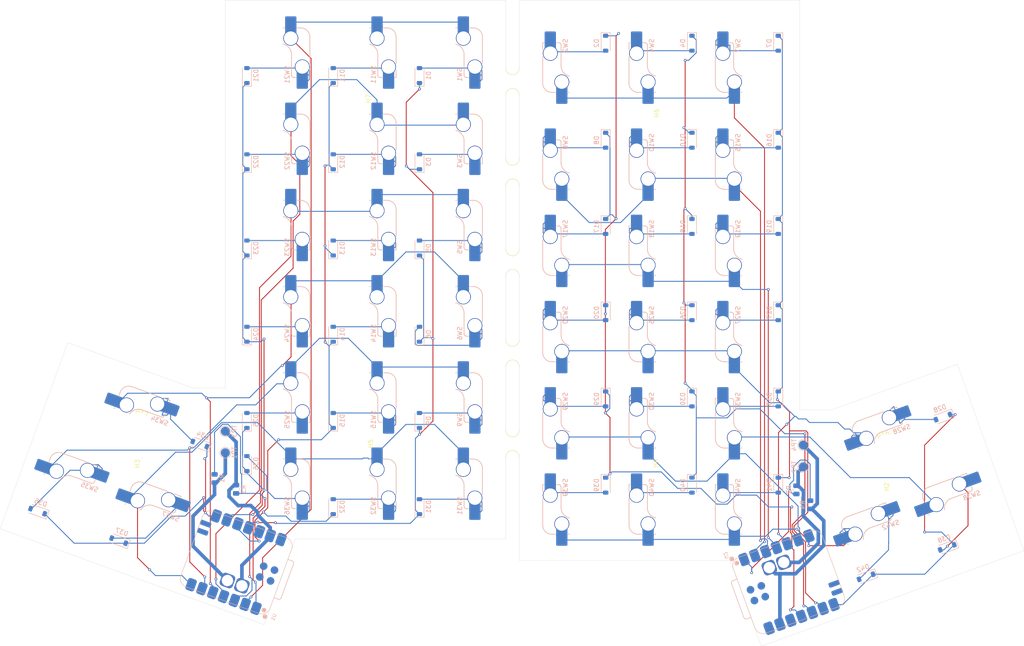
<source format=kicad_pcb>
(kicad_pcb (version 20241229) (generator "pcbnew") (generator_version "9.0")
  (layers (0 "F.Cu" signal) (2 "B.Cu" signal) (13 "F.Paste" user) (15 "B.Paste" user) (5 "F.SilkS" user "F.Silkscreen") (7 "B.SilkS" user "B.Silkscreen") (1 "F.Mask" user) (3 "B.Mask" user) (25 "Edge.Cuts" user))
  (net 0 "")
  (net 1 "Net-(D1-A)")
  (net 2 "/left/ROW0")
  (net 3 "/right/ROW0")
  (net 4 "Net-(D2-A)")
  (net 5 "Net-(D3-A)")
  (net 6 "/right/ROW1")
  (net 7 "Net-(D4-A)")
  (net 8 "Net-(D5-A)")
  (net 9 "Net-(D6-A)")
  (net 10 "/right/ROW2")
  (net 11 "Net-(D7-A)")
  (net 12 "Net-(D8-A)")
  (net 13 "Net-(D9-A)")
  (net 14 "Net-(D10-A)")
  (net 15 "/left/ROW1")
  (net 16 "Net-(D11-A)")
  (net 17 "Net-(D12-A)")
  (net 18 "Net-(D13-A)")
  (net 19 "Net-(D14-A)")
  (net 20 "Net-(D15-A)")
  (net 21 "Net-(D16-A)")
  (net 22 "Net-(D17-A)")
  (net 23 "Net-(D18-A)")
  (net 24 "Net-(D19-A)")
  (net 25 "Net-(D20-A)")
  (net 26 "/left/ROW2")
  (net 27 "Net-(D21-A)")
  (net 28 "Net-(D22-A)")
  (net 29 "Net-(D23-A)")
  (net 30 "Net-(D24-A)")
  (net 31 "Net-(D25-A)")
  (net 32 "Net-(D26-A)")
  (net 33 "Net-(D27-A)")
  (net 34 "/right/ROW3")
  (net 35 "Net-(D28-A)")
  (net 36 "Net-(D29-A)")
  (net 37 "Net-(D30-A)")
  (net 38 "Net-(D31-A)")
  (net 39 "Net-(D32-A)")
  (net 40 "Net-(D33-A)")
  (net 41 "Net-(D34-A)")
  (net 42 "/left/ROW3")
  (net 43 "Net-(D35-A)")
  (net 44 "Net-(D36-A)")
  (net 45 "Net-(D37-A)")
  (net 46 "Net-(D38-A)")
  (net 47 "Net-(D39-A)")
  (net 48 "Net-(D40-A)")
  (net 49 "Net-(D41-A)")
  (net 50 "Net-(D42-A)")
  (net 51 "/left/VBAT")
  (net 52 "/left/BT_PIN")
  (net 53 "/right/BT_PIN")
  (net 54 "/right/VBAT")
  (net 55 "GND")
  (net 56 "/left/COL0")
  (net 57 "/right/COL0")
  (net 58 "/left/COL1")
  (net 59 "/left/COL2")
  (net 60 "/left/COL3")
  (net 61 "/right/COL1")
  (net 62 "/left/COL4")
  (net 63 "/right/COL2")
  (net 64 "/right/COL3")
  (net 65 "/right/COL4")
  (net 66 "/left/COL5")
  (net 67 "/right/COL5")
  (footprint "MountingHole:MountingHole_2.2mm_M2" (layer "F.Cu") (at 93.5355 51.81225 -90)
    (property "Reference" "H7")
    (property "Value" "MountingHole")
  )
  (footprint "mousebites:mouse-bite-3mm-slot" (layer "F.Cu") (at 128.5 68 90)
    (property "Reference" "H19" (hide yes))
    (property "Value" "MountingHole" (hide yes))
  )
  (footprint "mousebites:mouse-bite-3mm-slot" (layer "F.Cu") (at 128.5 108 90)
    (property "Reference" "H21" (hide yes))
    (property "Value" "MountingHole" (hide yes))
  )
  (footprint "PCM_Mounting_Keyboard_Stabilizer:Stabilizer_Cherry_MX_2.00u" (layer "F.Cu") (at 45.9837 123.14115 -20)
    (property "Reference" "H17")
    (property "Value" "MountingHole")
  )
  (footprint "MountingHole:MountingHole_2.2mm_M2" (layer "F.Cu") (at 42.5323 132.43185 -90)
    (property "Reference" "H3")
    (property "Value" "MountingHole")
  )
  (footprint "mousebites:mouse-bite-3mm-slot" (layer "F.Cu") (at 128.5 88 90)
    (property "Reference" "H20" (hide yes))
    (property "Value" "MountingHole" (hide yes))
  )
  (footprint "mousebites:mouse-bite-3mm-slot" (layer "F.Cu") (at 128.5 128 90)
    (property "Reference" "H22" (hide yes))
    (property "Value" "MountingHole" (hide yes))
  )
  (footprint "MountingHole:MountingHole_2.2mm_M2" (layer "F.Cu") (at 163.2525 132.33125 90)
    (property "Reference" "H4")
    (property "Value" "MountingHole")
  )
  (footprint "PCM_Mounting_Keyboard_Stabilizer:Stabilizer_Cherry_MX_2.00u" (layer "F.Cu") (at 211.0163 127.90365 20)
    (property "Reference" "H16")
    (property "Value" "MountingHole")
  )
  (footprint "MountingHole:MountingHole_2.2mm_M2" (layer "F.Cu") (at 214.2645 137.53725 90)
    (property "Reference" "H2")
    (property "Value" "MountingHole")
  )
  (footprint "mousebites:mouse-bite-3mm-slot" (layer "F.Cu") (at 128.5 48 90)
    (property "Reference" "H13" (hide yes))
    (property "Value" "MountingHole" (hide yes))
  )
  (footprint "MountingHole:MountingHole_2.2mm_M2" (layer "F.Cu") (at 94.0435 128.01225 -90)
    (property "Reference" "H5")
    (property "Value" "MountingHole")
  )
  (footprint "MountingHole:MountingHole_2.2mm_M2" (layer "F.Cu") (at 163.4645 54.98725 90)
    (property "Reference" "H6")
    (property "Value" "MountingHole")
  )
  (footprint "PCM_marbastlib-mx:SW_MX_HS_CPG151101S11_1u" (layer "B.Cu") (at 115.0938 80.32375 90)
    (property "Reference" "SW5")
    (property "Value" "SW_Push")
  )
  (footprint "Diode_SMD:D_SOD-123" (layer "B.Cu") (at 168.1 39.52495 -90)
    (property "Reference" "D4")
    (property "Value" "D")
  )
  (footprint "PCM_marbastlib-mx:SW_MX_HS_CPG151101S11_1u" (layer "B.Cu") (at 45.9837 123.14115 160)
    (property "Reference" "SW34")
    (property "Value" "SW_Push")
  )
  (footprint "Diode_SMD:D_SOD-123" (layer "B.Cu") (at 88.9 103.81875 90)
    (property "Reference" "D14")
    (property "Value" "D")
  )
  (footprint "Resistor_SMD:R_0805_2012Metric" (layer "B.Cu") (at 67.4688 138.06875 90)
    (property "Reference" "R3")
    (property "Value" "2M")
  )
  (footprint "Diode_SMD:D_SOD-123" (layer "B.Cu") (at 107.95 122.86875 90)
    (property "Reference" "D9")
    (property "Value" "D")
  )
  (footprint "PCM_marbastlib-mx:SW_MX_HS_CPG151101S11_1u" (layer "B.Cu") (at 211.0163 127.90365 -160)
    (property "Reference" "SW28")
    (property "Value" "SW_Push")
  )
  (footprint "Diode_SMD:D_SOD-123" (layer "B.Cu") (at 206.5493 157.40425 -160)
    (property "Reference" "D42")
    (property "Value" "D")
  )
  (footprint "Diode_SMD:D_SOD-123" (layer "B.Cu") (at 59.4634 128.07285 160)
    (property "Reference" "D34")
    (property "Value" "D")
  )
  (footprint "mod_xiao:modified-XIAO-nRF52840-SMD" (layer "B.Cu") (at 189.5312 158.58745 -70)
    (property "Reference" "U2")
    (property "Value" "XIAO-nRF52840-SMD")
  )
  (footprint "PCM_marbastlib-mx:SW_MX_HS_CPG151101S11_1u" (layer "B.Cu") (at 226.4824 142.54705 -160)
    (property "Reference" "SW38")
    (property "Value" "SW_Push")
  )
  (footprint "PCM_marbastlib-mx:SW_MX_HS_CPG151101S11_1u" (layer "B.Cu") (at 180.0062 122.86875 -90)
    (property "Reference" "SW33")
    (property "Value" "SW_Push")
  )
  (footprint "PCM_marbastlib-mx:SW_MX_HS_CPG151101S11_1u" (layer "B.Cu") (at 141.9062 141.91875 -90)
    (property "Reference" "SW39")
    (property "Value" "SW_Push")
  )
  (footprint "TestPoint:TestPoint_Pad_D2.0mm" (layer "B.Cu") (at 192.6745 128.29795 -90)
    (property "Reference" "TP4")
    (property "Value" "GND")
  )
  (footprint "Diode_SMD:D_SOD-123" (layer "B.Cu") (at 187.15 137.15625 -90)
    (property "Reference" "D41")
    (property "Value" "D")
  )
  (footprint "PCM_marbastlib-mx:SW_MX_HS_CPG151101S11_1u" (layer "B.Cu") (at 115.0938 42.22375 90)
    (property "Reference" "SW1")
    (property "Value" "SW_Push")
  )
  (footprint "PCM_marbastlib-mx:SW_MX_HS_CPG151101S11_1.25u" (layer "B.Cu") (at 180.0062 44.28745 -90)
    (property "Reference" "SW7")
    (property "Value" "SW_Push")
  )
  (footprint "Diode_SMD:D_SOD-123" (layer "B.Cu") (at 187.15 118.10625 -90)
    (property "Reference" "D33")
    (property "Value" "D")
  )
  (footprint "PCM_marbastlib-mx:SW_MX_HS_CPG151101S11_1u" (layer "B.Cu") (at 180.0062 65.71875 -90)
    (property "Reference" "SW16")
    (property "Value" "SW_Push")
  )
  (footprint "Diode_SMD:D_SOD-123" (layer "B.Cu") (at 223.5288 122.12095 -160)
    (property "Reference" "D28")
    (property "Value" "D")
  )
  (footprint "PCM_marbastlib-mx:SW_MX_HS_CPG151101S11_1u" (layer "B.Cu") (at 96.0438 137.47375 90)
    (property "Reference" "SW32")
    (property "Value" "SW_Push")
  )
  (footprint "Diode_SMD:D_SOD-123" (layer "B.Cu") (at 88.9 122.86875 90)
    (property "Reference" "D15")
    (property "Value" "D")
  )
  (footprint "PCM_marbastlib-mx:SW_MX_HS_CPG151101S11_1u" (layer "B.Cu") (at 160.9562 122.86875 -90)
    (property "Reference" "SW30")
    (property "Value" "SW_Push")
  )
  (footprint "PCM_marbastlib-mx:SW_MX_HS_CPG151101S11_1u" (layer "B.Cu") (at 160.9562 84.76875 -90)
    (property "Reference" "SW18")
    (property "Value" "SW_Push")
  )
  (footprint "PCM_marbastlib-mx:SW_MX_HS_CPG151101S11_1u" (layer "B.Cu") (at 96.0438 118.42375 90)
    (property "Reference" "SW15")
    (property "Value" "SW_Push")
  )
  (footprint "PCM_marbastlib-mx:SW_MX_HS_CPG151101S11_1.25u" (layer "B.Cu") (at 160.9562 44.28745 -90)
    (property "Reference" "SW4")
    (property "Value" "SW_Push")
  )
  (footprint "PCM_marbastlib-mx:SW_MX_HS_CPG151101S11_1u" (layer "B.Cu") (at 96.0438 80.32375 90)
    (property "Reference" "SW13")
    (property "Value" "SW_Push")
  )
  (footprint "PCM_marbastlib-mx:SW_MX_HS_CPG151101S11_1u" (layer "B.Cu") (at 115.0938 118.42375 90)
    (property "Reference" "SW9")
    (property "Value" "SW_Push")
  )
  (footprint "Resistor_SMD:R_0805_2012Metric" (layer "B.Cu") (at 62.7063 135.68755 90)
    (property "Reference" "R1")
    (property "Value" "806K")
  )
  (footprint "TestPoint:TestPoint_Pad_D2.0mm" (layer "B.Cu") (at 65.0875 130.01255 90)
    (property "Reference" "TP1")
    (property "Value" "BAT")
  )
  (footprint "TestPoint:TestPoint_Pad_D2.0mm" (layer "B.Cu") (at 65.0875 125.25005 90)
    (property "Reference" "TP3")
    (property "Value" "GND")
  )
  (footprint "Diode_SMD:D_SOD-123" (layer "B.Cu") (at 149.05 137.15625 -90)
    (property "Reference" "D39")
    (property "Value" "D")
  )
  (footprint "Diode_SMD:D_SOD-123" (layer "B.Cu") (at 88.9 65.71875 90)
    (property "Reference" "D12")
    (property "Value" "D")
  )
  (footprint "PCM_marbastlib-mx:SW_MX_HS_CPG151101S11_1u" (layer "B.Cu") (at 96.0438 61.27375 90)
    (property "Reference" "SW12")
    (property "Value" "SW_Push")
  )
  (footprint "Diode_SMD:D_SOD-123" (layer "B.Cu") (at 149.05 99.05625 -90)
    (property "Reference" "D20")
    (property "Value" "D")
  )
  (footprint "PCM_marbastlib-mx:SW_MX_HS_CPG151101S11_1u" (layer "B.Cu") (at 160.9562 141.91875 -90)
    (property "Reference" "SW40")
    (property "Value" "SW_Push")
  )
  (footprint "PCM_marbastlib-mx:SW_MX_HS_CPG151101S11_1u" (layer "B.Cu") (at 76.9938 137.47375 90)
    (property "Reference" "SW36")
    (property "Value" "SW_Push")
  )
  (footprint "Diode_SMD:D_SOD-123" (layer "B.Cu") (at 107.95 141.91875 90)
    (property "Reference" "D31")
    (property "Value" "D")
  )
  (footprint "Diode_SMD:D_SOD-123" (layer "B.Cu") (at 69.85 132.39375 90)
    (property "Reference" "D36")
    (property "Value" "D")
  )
  (footprint "Diode_SMD:D_SOD-123" (layer "B.Cu") (at 187.15 80.00625 -90)
    (property "Reference" "D19")
    (property "Value" "D")
  )
  (footprint "Diode_SMD:D_SOD-123" (layer "B.Cu") (at 187.15 99.05625 -90)
    (property "Reference" "D27")
    (property "Value" "D")
  )
  (footprint "PCM_marbastlib-mx:SW_MX_HS_CPG151101S11_1u" (layer "B.Cu") (at 141.9062 84.76875 -90)
    (property "Reference" "SW17")
    (property "Value" "SW_Push")
  )
  (footprint "PCM_marbastlib-mx:SW_MX_HS_CPG151101S11_1u" (layer "B.Cu") (at 115.0938 99.37375 90)
    (property "Reference" "SW6")
    (property "Value" "SW_Push")
  )
  (footprint "TestPoint:TestPoint_Pad_D2.0mm" (layer "B.Cu") (at 192.6745 133.12395 -90)
    (property "Reference" "TP2")
    (property "Value" "BAT")
  )
  (footprint "Diode_SMD:D_SOD-123" (layer "B.Cu") (at 88.9 141.91875 90)
    (property "Reference" "D32")
    (property "Value" "D")
  )
  (footprint "PCM_marbastlib-mx:SW_MX_HS_CPG151101S11_1u" (layer "B.Cu") (at 141.9062 103.81875 -90)
    (property "Reference" "SW20")
    (property "Value" "SW_Push")
  )
  (footprint "Resistor_SMD:R_0805_2012Metric" (layer "B.Cu") (at 191.1505 138.20395 -90)
    (property "Reference" "R2")
    (property "Value" "806K")
  )
  (footprint "PCM_marbastlib-mx:SW_MX_HS_CPG151101S11_1u" (layer "B.Cu") (at 96.0438 42.22375 90)
    (property "Reference" "SW11")
    (property "Value" "SW_Push")
  )
  (footprint "Diode_SMD:D_SOD-123" (layer "B.Cu") (at 187.15 60.95625 -90)
    (property "Reference" "D16")
    (property "Value" "D")
  )
  (footprint "mod_xiao:modified-XIAO-nRF52840-SMD" (layer "B.Cu") (at 67.4688 154.14255 70)
    (property "Reference" "U1")
    (property "Value" "XIAO-nRF52840-SMD")
  )
  (footprint "Diode_SMD:D_SOD-123" (layer "B.Cu") (at 88.9 84.76875 90)
    (property "Reference" "D13")
    (property "Value" "D")
  )
  (footprint "PCM_marbastlib-mx:SW_MX_HS_CPG151101S11_1u" (layer "B.Cu") (at 76.9938 99.37375 90)
    (property "Reference" "SW24")
    (property "Value" "SW_Push")
  )
  (footprint "PCM_marbastlib-mx:SW_MX_HS_CPG151101S11_1u" (layer "B.Cu") (at 96.0438 99.37375 90)
    (property "Reference" "SW14")
    (property "Value" "SW_Push")
  )
  (footprint "Diode_SMD:D_SOD-123" (layer "B.Cu") (at 107.95 65.71875 90)
    (property "Reference" "D3")
    (property "Value" "D")
  )
  (footprint "Diode_SMD:D_SOD-123" (layer "B.Cu") (at 69.85 84.76875 90)
    (property "Reference" "D23")
    (property "Value" "D")
  )
  (footprint "PCM_marbastlib-mx:SW_MX_HS_CPG151101S11_1u" (layer "B.Cu") (at 180.0062 103.81875 -90)
    (property "Reference" "SW27")
    (property "Value" "SW_Push")
  )
  (footprint "Diode_SMD:D_SOD-123" (layer "B.Cu") (at 149.05 118.10625 -90)
    (property "Reference" "D29")
    (property "Value" "D")
  )
  (footprint "Diode_SMD:D_SOD-123" (layer "B.Cu") (at 187.15 39.52495 -90)
    (property "Reference" "D7")
    (property "Value" "D")
  )
  (footprint "PCM_marbastlib-mx:SW_MX_HS_CPG151101S11_1u" (layer "B.Cu") (at 141.9062 122.86875 -90)
    (property "Reference" "SW29")
    (property "Value" "SW_Push")
  )
  (footprint "Diode_SMD:D_SOD-123" (layer "B.Cu") (at 107.95 46.66875 90)
    (property "Reference" "D1")
    (property "Value" "D")
  )
  (footprint "Diode_SMD:D_SOD-123" (layer "B.Cu") (at 69.85 65.71875 90)
    (property "Reference" "D22")
    (property "Value" "D")
  )
  (footprint "Diode_SMD:D_SOD-123" (layer "B.Cu") (at 69.85 103.81875 90)
    (property "Reference" "D24")
    (property "Value" "D")
  )
  (footprint "PCM_marbastlib-mx:SW_MX_HS_CPG151101S11_1u" (layer "B.Cu") (at 115.0938 61.27375 90)
    (property "Reference" "SW3")
    (property "Value" "SW_Push")
  )
  (footprint "PCM_marbastlib-mx:SW_MX_HS_CPG151101S11_1u" (layer "B.Cu") (at 76.9938 61.27375 90)
    (property "Reference" "SW22")
    (property "Value" "SW_Push")
  )
  (footprint "Diode_SMD:D_SOD-123" (layer "B.Cu") (at 107.95 84.76875 90)
    (property "Reference" "D5")
    (property "Value" "D")
  )
  (footprint "PCM_marbastlib-mx:SW_MX_HS_CPG151101S11_1u" (layer "B.Cu") (at 208.5812 149.06245 -160)
    (property "Reference" "SW42")
    (property "Value" "SW_Push")
  )
  (footprint "Diode_SMD:D_SOD-123" (layer "B.Cu") (at 149.05 39.52495 -90)
    (property "Reference" "D2")
    (property "Value" "D")
  )
  (footprint "PCM_marbastlib-mx:SW_MX_HS_CPG151101S11_1u" (layer "B.Cu") (at 76.9938 42.22375 90)
    (property "Reference" "SW21")
    (property "Value" "SW_Push")
  )
  (footprint "PCM_marbastlib-mx:SW_MX_HS_CPG151101S11_1u" (layer "B.Cu") (at 48.4188 144.30005 160)
    (property "Reference" "SW37")
    (property "Value" "SW_Push")
  )
  (footprint "Diode_SMD:D_SOD-123" (layer "B.Cu") (at 168.1 118.10625 -90)
    (property "Reference" "D30")
    (property "Value" "D")
  )
  (footprint "PCM_marbastlib-mx:SW_MX_HS_CPG151101S11_1u" (layer "B.Cu") (at 180.0062 84.76875 -90)
    (property "Reference" "SW19")
    (property "Value" "SW_Push")
  )
  (footprint "Diode_SMD:D_SOD-123" (layer "B.Cu") (at 168.1 99.05625 -90)
    (property "Reference" "D26")
    (property "Value" "D")
  )
  (footprint "Resistor_SMD:R_0805_2012Metric" (layer "B.Cu") (at 194.1985 141.50595 -90)
    (property "Reference" "R4")
    (property "Value" "2M")
  )
  (footprint "PCM_marbastlib-mx:SW_MX_HS_CPG151101S11_1u" (layer "B.Cu") (at 141.9062 65.71875 -90)
    (property "Reference" "SW8")
    (property "Value" "SW_Push")
  )
  (footprint "Diode_SMD:D_SOD-123" (layer "B.Cu") (at 41.554 149.42915 160)
    (property "Reference" "D37")
    (property "Value" "D")
  )
  (footprint "Diode_SMD:D_SOD-123" (layer "B.Cu") (at 69.85 46.66875 90)
    (property "Reference" "D21")
    (property "Value" "D")
  )
  (footprint "Diode_SMD:D_SOD-123" (layer "B.Cu") (at 23.6529 142.91375 160)
    (property "Reference" "D35")
    (property "Value" "D")
  )
  (footprint "Diode_SMD:D_SOD-123" (layer "B.Cu") (at 149.05 80.00625 -90)
    (property "Reference" "D17")
    (property "Value" "D")
  )
  (footprint "PCM_marbastlib-mx:SW_MX_HS_CPG151101S11_1.25u" (layer "B.Cu") (at 141.9062 44.28745 -90)
    (property "Reference" "SW2")
    (property "Value" "SW_Push")
  )
  (footprint "PCM_marbastlib-mx:SW_MX_HS_CPG151101S11_1u" (layer "B.Cu") (at 160.9562 103.81875 -90)
    (property "Reference" "SW26")
    (property "Value" "SW_Push")
  )
  (footprint "Diode_SMD:D_SOD-123" (layer "B.Cu") (at 69.85 122.86875 90)
    (property "Reference" "D25")
    (property "Value" "D")
  )
  (footprint "Diode_SMD:D_SOD-123" (layer "B.Cu") (at 107.95 103.81875 90)
    (property "Reference" "D6")
    (property "Value" "D")
  )
  (footprint "Diode_SMD:D_SOD-123" (layer "B.Cu") (at 168.1 80.00625 -90)
    (property "Reference" "D18")
    (property "Value" "D")
  )
  (footprint "Diode_SMD:D_SOD-123" (layer "B.Cu") (at 168.1 60.95625 -90)
    (property "Reference" "D10")
    (property "Value" "D")
  )
  (footprint "PCM_marbastlib-mx:SW_MX_HS_CPG151101S11_1u" (layer "B.Cu") (at 76.9938 118.42375 90)
    (property "Reference" "SW25")
    (property "Value" "SW_Push")
  )
  (footprint "Diode_SMD:D_SOD-123" (layer "B.Cu") (at 149.05 60.95625 -90)
    (property "Reference" "D8")
    (property "Value" "D")
  )
  (footprint "PCM_marbastlib-mx:SW_MX_HS_CPG151101S11_1u" (layer "B.Cu") (at 30.5176 137.78455 160)
    (property "Reference" "SW35")
    (property "Value" "SW_Push")
  )
  (footprint "Diode_SMD:D_SOD-123" (layer "B.Cu") (at 88.9 46.66875 90)
    (property "Reference" "D11")
    (property "Value" "D")
  )
  (footprint "PCM_marbastlib-mx:SW_MX_HS_CPG151101S11_1u" (layer "B.Cu") (at 180.0062 141.91875 -90)
    (property "Reference" "SW41")
    (property "Value" "SW_Push")
  )
  (footprint "PCM_marbastlib-mx:SW_MX_HS_CPG151101S11_1u" (layer "B.Cu") (at 160.9562 65.71875 -90)
    (property "Reference" "SW10")
    (property "Value" "SW_Push")
  )
  (footprint "Diode_SMD:D_SOD-123" (layer "B.Cu") (at 168.1 137.15625 -90)
    (property "Reference" "D40")
    (property "Value" "D")
  )
  (footprint "Diode_SMD:D_SOD-123" (layer "B.Cu") (at 224.4504 150.88885 -160)
    (property "Reference" "D38")
    (property "Value" "D")
  )
  (footprint "PCM_marbastlib-mx:SW_MX_HS_CPG151101S11_1u" (layer "B.Cu") (at 76.9938 80.32375 90)
    (property "Reference" "SW23")
    (property "Value" "SW_Push")
  )
  (footprint "PCM_marbastlib-mx:SW_MX_HS_CPG151101S11_1u" (layer "B.Cu") (at 115.0938 137.47375 90)
    (property "Reference" "SW31")
    (property "Value" "SW_Push")
  )
  (gr_line (start 241.378543 151.640368) (end 226.68554 110.431261) (stroke (width 0.05)) (layer "Edge.Cuts"))
  (gr_line (start 84.1375 149.0625) (end 127 149.0625) (stroke (width 0.05)) (layer "Edge.Cuts"))
  (gr_line (start 176.528974 153.825) (end 130 153.825) (stroke (width 0.05)) (layer "Edge.Cuts"))
  (gr_line (start 191.9125 120.4875) (end 199.05625 120.4875) (stroke (width 0.05)) (layer "Edge.Cuts"))
  (gr_line (start 80.549877 149.0625) (end 73.666046 167.97567) (stroke (width 0.05)) (layer "Edge.Cuts"))
  (gr_line (start 65.0875 115.725) (end 57.94375 115.725) (stroke (width 0.05)) (layer "Edge.Cuts"))
  (gr_line (start 130 45) (end 130 30) (stroke (width 0.05)) (layer "Edge.Cuts"))
  (gr_line (start 65.0875 30) (end 65.0875 115.725) (stroke (width 0.05)) (layer "Edge.Cuts"))
  (gr_line (start 130 111) (end 130 125) (stroke (width 0.05)) (layer "Edge.Cuts"))
  (gr_arc (start 130 65) (mid 128.5 66.5) (end 127 65) (stroke (width 0.05)) (layer "Edge.Cuts"))
  (gr_line (start 15.367939 146.786597) (end 73.666046 167.97567) (stroke (width 0.05)) (layer "Edge.Cuts"))
  (gr_arc (start 127 91) (mid 128.5 89.5) (end 130 91) (stroke (width 0.05)) (layer "Edge.Cuts"))
  (gr_line (start 127 30) (end 65.0875 30) (stroke (width 0.05)) (layer "Edge.Cuts"))
  (gr_arc (start 130 105) (mid 128.5 106.5) (end 127 105) (stroke (width 0.05)) (layer "Edge.Cuts"))
  (gr_line (start 127 125) (end 127 111) (stroke (width 0.05)) (layer "Edge.Cuts"))
  (gr_line (start 183.412805 172.73817) (end 241.378543 151.640368) (stroke (width 0.05)) (layer "Edge.Cuts"))
  (gr_line (start 191.9125 30) (end 191.9125 120.4875) (stroke (width 0.05)) (layer "Edge.Cuts"))
  (gr_line (start 127 149.0625) (end 127 131) (stroke (width 0.05)) (layer "Edge.Cuts"))
  (gr_line (start 130 65) (end 130 51) (stroke (width 0.05)) (layer "Edge.Cuts"))
  (gr_arc (start 127 71) (mid 128.5 69.5) (end 130 71) (stroke (width 0.05)) (layer "Edge.Cuts"))
  (gr_line (start 183.412805 172.73817) (end 176.528974 153.825) (stroke (width 0.05)) (layer "Edge.Cuts"))
  (gr_arc (start 127 51) (mid 128.5 49.5) (end 130 51) (stroke (width 0.05)) (layer "Edge.Cuts"))
  (gr_line (start 130 30) (end 191.9125 30) (stroke (width 0.05)) (layer "Edge.Cuts"))
  (gr_line (start 30.31446 105.668761) (end 15.367939 146.786597) (stroke (width 0.05)) (layer "Edge.Cuts"))
  (gr_line (start 127 30) (end 127 45) (stroke (width 0.05)) (layer "Edge.Cuts"))
  (gr_line (start 84.1375 149.0625) (end 80.549877 149.0625) (stroke (width 0.05)) (layer "Edge.Cuts"))
  (gr_arc (start 130 85) (mid 128.5 86.5) (end 127 85) (stroke (width 0.05)) (layer "Edge.Cuts"))
  (gr_line (start 130 71) (end 130 85) (stroke (width 0.05)) (layer "Edge.Cuts"))
  (gr_arc (start 127 111) (mid 128.5 109.5) (end 130 111) (stroke (width 0.05)) (layer "Edge.Cuts"))
  (gr_line (start 127 85) (end 127 71) (stroke (width 0.05)) (layer "Edge.Cuts"))
  (gr_arc (start 130 45) (mid 128.5 46.5) (end 127 45) (stroke (width 0.05)) (layer "Edge.Cuts"))
  (gr_line (start 57.94375 115.725) (end 30.31446 105.668761) (stroke (width 0.05)) (layer "Edge.Cuts"))
  (gr_line (start 199.05625 120.4875) (end 226.68554 110.431261) (stroke (width 0.05)) (layer "Edge.Cuts"))
  (gr_line (start 130 131) (end 130 153.825) (stroke (width 0.05)) (layer "Edge.Cuts"))
  (gr_line (start 127 91) (end 127 105) (stroke (width 0.05)) (layer "Edge.Cuts"))
  (gr_arc (start 127 131) (mid 128.5 129.5) (end 130 131) (stroke (width 0.05)) (layer "Edge.Cuts"))
  (gr_line (start 127 51) (end 127 65) (stroke (width 0.05)) (layer "Edge.Cuts"))
  (gr_line (start 130 105) (end 130 91) (stroke (width 0.05)) (layer "Edge.Cuts"))
  (gr_arc (start 130 125) (mid 128.5 126.5) (end 127 125) (stroke (width 0.05)) (layer "Edge.Cuts"))
  (segment (start 120.1738 46.56375) (end 121.7255 46.56375) (width 0.2) (layer "B.Cu") (net 1))
  (segment (start 120.9497 48.31375) (end 121.7255 47.53795) (width 0.2) (layer "B.Cu") (net 1))
  (segment (start 121.7255 47.53795) (end 121.7255 46.56375) (width 0.2) (layer "B.Cu") (net 1))
  (segment (start 119.9188 45.01875) (end 107.95 45.01875) (width 0.2) (layer "B.Cu") (net 1))
  (segment (start 121.7255 45.53955) (end 121.7255 46.56375) (width 0.2) (layer "B.Cu") (net 1))
  (segment (start 120.9497 44.76375) (end 121.7255 45.53955) (width 0.2) (layer "B.Cu") (net 1))
  (segment (start 110.915 72.53485) (end 105.029 66.64885) (width 0.2) (layer "F.Cu") (net 2))
  (segment (start 76.1461 145.44905) (end 72.358 145.44905) (width 0.2) (layer "F.Cu") (net 2))
  (segment (start 110.915 104.78155) (end 110.915 72.53485) (width 0.2) (layer "F.Cu") (net 2))
  (segment (start 110.915 123.00025) (end 110.915 104.78155) (width 0.2) (layer "F.Cu") (net 2))
  (segment (start 72.358 145.44905) (end 72.2661 145.35715) (width 0.2) (layer "F.Cu") (net 2))
  (segment (start 105.029 52.56755) (end 105.029 66.64885) (width 0.2) (layer "F.Cu") (net 2))
  (segment (start 105.029 52.56755) (end 107.972 49.62455) (width 0.2) (layer "F.Cu") (net 2))
  (segment (start 107.972 125.94325) (end 110.915 123.00025) (width 0.2) (layer "F.Cu") (net 2))
  (via (at 105.029 66.64885) (size 0.6) (drill 0.3) (layers "F.Cu" "B.Cu") (net 2))
  (via (at 107.972 49.62455) (size 0.6) (drill 0.3) (layers "F.Cu" "B.Cu") (net 2))
  (via (at 76.1461 145.44905) (size 0.6) (drill 0.3) (layers "F.Cu" "B.Cu") (net 2))
  (via (at 110.915 104.78155) (size 0.6) (drill 0.3) (layers "F.Cu" "B.Cu") (net 2))
  (via (at 107.972 125.94325) (size 0.6) (drill 0.3) (layers "F.Cu" "B.Cu") (net 2))
  (via (at 72.2661 145.35715) (size 0.6) (drill 0.3) (layers "F.Cu" "B.Cu") (net 2))
  (segment (start 108.8526 87.32135) (end 108.8526 104.56615) (width 0.2) (layer "B.Cu") (net 2))
  (segment (start 107.95 125.94325) (end 107.95 124.51875) (width 0.2) (layer "B.Cu") (net 2))
  (segment (start 76.3124 145.61535) (end 105.9034 145.61535) (width 0.2) (layer "B.Cu") (net 2))
  (segment (start 107.95 48.31875) (end 107.95 49.60255) (width 0.2) (layer "B.Cu") (net 2))
  (segment (start 107.0474 126.84585) (end 107.95 125.94325) (width 0.2) (layer "B.Cu") (net 2))
  (segment (start 76.1461 145.44905) (end 76.3124 145.61535) (width 0.2) (layer "B.Cu") (net 2))
  (segment (start 105.029 66.64885) (end 105.7489 67.36875) (width 0.2) (layer "B.Cu") (net 2))
  (segment (start 110.6996 104.56615) (end 108.8526 104.56615) (width 0.2) (layer "B.Cu") (net 2))
  (segment (start 105.9034 145.61535) (end 107.95 143.56875) (width 0.2) (layer "B.Cu") (net 2))
  (segment (start 107.95 143.56875) (end 107.0474 142.66615) (width 0.2) (layer "B.Cu") (net 2))
  (segment (start 71.44 145.35715) (end 70.2238 146.57335) (width 0.2) (layer "B.Cu") (net 2))
  (segment (start 72.2661 145.35715) (end 71.44 145.35715) (width 0.2) (layer "B.Cu") (net 2))
  (segment (start 107.95 125.94325) (end 107.972 125.94325) (width 0.2) (layer "B.Cu") (net 2))
  (segment (start 105.7489 67.36875) (end 107.95 67.36875) (width 0.2) (layer "B.Cu") (net 2))
  (segment (start 110.915 104.78155) (end 110.6996 104.56615) (width 0.2) (layer "B.Cu") (net 2))
  (segment (start 107.95 86.41875) (end 108.8526 87.32135) (width 0.2) (layer "B.Cu") (net 2))
  (segment (start 107.0474 142.66615) (end 107.0474 126.84585) (width 0.2) (layer "B.Cu") (net 2))
  (segment (start 108.8526 104.56615) (end 107.95 105.46875) (width 0.2) (layer "B.Cu") (net 2))
  (segment (start 107.95 49.60255) (end 107.972 49.62455) (width 0.2) (layer "B.Cu") (net 2))
  (segment (start 190.1489 147.92995) (end 189.8396 147.62065) (width 0.2) (layer "F.Cu") (net 3))
  (segment (start 189.8396 142.28495) (end 189.8396 147.62065) (width 0.2) (layer "F.Cu") (net 3))
  (segment (start 190.1489 147.92995) (end 190.1489 151.05505) (width 0.2) (layer "F.Cu") (net 3))
  (segment (start 148.985 80.66175) (end 151.3528 78.29395) (width 0.2) (layer "F.Cu") (net 3))
  (segment (start 190.5915 151.49765) (end 190.1489 151.05505) (width 0.2) (layer "F.Cu") (net 3))
  (segment (start 148.985 121.21055) (end 148.985 99.32305) (width 0.2) (layer "F.Cu") (net 3))
  (segment (start 150.0024 122.22795) (end 150.0024 134.64005) (width 0.2) (layer "F.Cu") (net 3))
  (segment (start 148.985 99.32305) (end 148.985 80.66175) (width 0.2) (layer "F.Cu") (net 3))
  (segment (start 151.3528 37.91225) (end 151.9213 37.34375) (width 0.2) (layer "F.Cu") (net 3))
  (segment (start 190.5915 163.95055) (end 189.8224 164.71965) (width 0.2) (layer "F.Cu") (net 3))
  (segment (start 190.1489 141.97565) (end 189.8396 142.28495) (width 0.2) (layer "F.Cu") (net 3))
  (segment (start 190.5915 151.49765) (end 190.5915 163.95055) (width 0.2) (layer "F.Cu") (net 3))
  (segment (start 151.3528 78.29395) (end 151.3528 37.91225) (width 0.2) (layer "F.Cu") (net 3))
  (segment (start 148.985 121.21055) (end 150.0024 122.22795) (width 0.2) (layer "F.Cu") (net 3))
  (via (at 189.8224 164.71965) (size 0.6) (drill 0.3) (layers "F.Cu" "B.Cu") (net 3))
  (via (at 190.1489 141.97565) (size 0.6) (drill 0.3) (layers "F.Cu" "B.Cu") (net 3))
  (via (at 151.9213 37.34375) (size 0.6) (drill 0.3) (layers "F.Cu" "B.Cu") (net 3))
  (via (at 151.3528 78.29395) (size 0.6) (drill 0.3) (layers "F.Cu" "B.Cu") (net 3))
  (via (at 148.985 99.32305) (size 0.6) (drill 0.3) (layers "F.Cu" "B.Cu") (net 3))
  (via (at 150.0024 134.64005) (size 0.6) (drill 0.3) (layers "F.Cu" "B.Cu") (net 3))
  (via (at 148.985 121.21055) (size 0.6) (drill 0.3) (layers "F.Cu" "B.Cu") (net 3))
  (segment (start 170.0833 137.87935) (end 173.5659 141.36195) (width 0.2) (layer "B.Cu") (net 3))
  (segment (start 173.5659 141.36195) (end 175.8684 141.36195) (width 0.2) (layer "B.Cu") (net 3))
  (segment (start 161.304 134.22655) (end 164.9568 137.87935) (width 0.2) (layer "B.Cu") (net 3))
  (segment (start 149.05 116.45625) (end 149.9526 117.35885) (width 0.2) (layer "B.Cu") (net 3))
  (segment (start 184.9686 141.97565) (end 190.1489 141.97565) (width 0.2) (layer "B.Cu") (net 3))
  (segment (start 149.05 59.30625) (end 150.0076 60.26385) (width 0.2) (layer "B.Cu") (net 3))
  (segment (start 150.0076 77.39865) (end 149.05 78.35625) (width 0.2) (layer "B.Cu") (net 3))
  (segment (start 149.9526 117.35885) (end 149.9526 120.24295) (width 0.2) (layer "B.Cu") (net 3))
  (segment (start 150.0024 134.64005) (end 150.4159 134.22655) (width 0.2) (layer "B.Cu") (net 3))
  (segment (start 182.3482 139.35525) (end 184.9686 141.97565) (width 0.2) (layer "B.Cu") (net 3))
  (segment (start 175.8684 141.36195) (end 177.8751 139.35525) (width 0.2) (layer "B.Cu") (net 3))
  (segment (start 164.9568 137.87935) (end 170.0833 137.87935) (width 0.2) (layer "B.Cu") (net 3))
  (segment (start 150.4575 77.39865) (end 150.0076 77.39865) (width 0.2) (layer "B.Cu") (net 3))
  (segment (start 151.3528 78.29395) (end 150.4575 77.39865) (width 0.2) (layer "B.Cu") (net 3))
  (segment (start 149.9526 120.24295) (end 148.985 121.21055) (width 0.2) (layer "B.Cu") (net 3))
  (segment (start 177.8751 139.35525) (end 182.3482 139.35525) (width 0.2) (layer "B.Cu") (net 3))
  (segment (start 189.8224 164.71965) (end 190.8492 164.71965) (width 0.2) (layer "B.Cu") (net 3))
  (segment (start 149.05 99.25805) (end 148.985 99.32305) (width 0.2) (layer "B.Cu") (net 3))
  (segment (start 149.05 97.40625) (end 149.05 99.25805) (width 0.2) (layer "B.Cu") (net 3))
  (segment (start 150.0076 60.26385) (end 150.0076 77.39865) (width 0.2) (layer "B.Cu") (net 3))
  (segment (start 190.8492 164.71965) (end 192.2862 166.15665) (width 0.2) (layer "B.Cu") (net 3))
  (segment (start 149.1362 135.50625) (end 150.0024 134.64005) (width 0.2) (layer "B.Cu") (net 3))
  (segment (start 151.3901 37.87495) (end 149.05 37.87495) (width 0.2) (layer "B.Cu") (net 3))
  (segment (start 151.9213 37.34375) (end 151.3901 37.87495) (width 0.2) (layer "B.Cu") (net 3))
  (segment (start 150.4159 134.22655) (end 161.304 134.22655) (width 0.2) (layer "B.Cu") (net 3))
  (segment (start 136.1512 39.94745) (end 136.1512 38.87245) (width 0.2) (layer "B.Cu") (net 4))
  (segment (start 136.8262 41.40995) (end 148.815 41.40995) (width 0.2) (layer "B.Cu") (net 4))
  (segment (start 136.1512 39.94745) (end 136.1512 40.73495) (width 0.2) (layer "B.Cu") (net 4))
  (segment (start 120.8488 65.61375) (end 120.8488 66.68875) (width 0.2) (layer "B.Cu") (net 5))
  (segment (start 120.1738 64.06875) (end 107.95 64.06875) (width 0.2) (layer "B.Cu") (net 5))
  (segment (start 120.8488 65.61375) (end 120.8488 64.74375) (width 0.2) (layer "B.Cu") (net 5))
  (segment (start 166.3169 76.34235) (end 166.3169 96.90175) (width 0.2) (layer "F.Cu") (net 6))
  (segment (start 192.7359 163.78875) (end 192.7847 163.83755) (width 0.2) (layer "F.Cu") (net 6))
  (segment (start 193.0295 143.10265) (end 190.2413 145.89085) (width 0.2) (layer "F.Cu") (net 6))
  (segment (start 166.6028 76.05645) (end 166.3169 76.34235) (width 0.2) (layer "F.Cu") (net 6))
  (segment (start 192.7358 149.94885) (end 190.2413 147.45435) (width 0.2) (layer "F.Cu") (net 6))
  (segment (start 192.7358 149.94885) (end 192.7358 163.78875) (width 0.2) (layer "F.Cu") (net 6))
  (segment (start 190.2413 145.89085) (end 190.2413 147.45435) (width 0.2) (layer "F.Cu") (net 6))
  (segment (start 166.6028 97.18765) (end 166.3169 96.90175) (width 0.2) (layer "F.Cu") (net 6))
  (segment (start 192.7358 163.78875) (end 192.7359 163.78875) (width 0.2) (layer "F.Cu") (net 6))
  (segment (start 166.6028 43.29955) (end 166.6028 57.90315) (width 0.2) (layer "F.Cu") (net 6))
  (segment (start 166.6028 58.47495) (end 166.3169 58.18905) (width 0.2) (layer "F.Cu") (net 6))
  (segment (start 166.6028 76.05645) (end 166.6028 58.47495) (width 0.2) (layer "F.Cu") (net 6))
  (segment (start 166.6028 114.64275) (end 166.6028 97.18765) (width 0.2) (layer "F.Cu") (net 6))
  (segment (start 166.6028 57.90315) (end 166.3169 58.18905) (width 0.2) (layer "F.Cu") (net 6))
  (segment (start 193.0295 125.80475) (end 193.0295 143.10265) (width 0.2) (layer "F.Cu") (net 6))
  (via (at 192.7847 163.83755) (size 0.6) (drill 0.3) (layers "F.Cu" "B.Cu") (net 6))
  (via (at 193.0295 125.80475) (size 0.6) (drill 0.3) (layers "F.Cu" "B.Cu") (net 6))
  (via (at 166.6028 43.29955) (size 0.6) (drill 0.3) (layers "F.Cu" "B.Cu") (net 6))
  (via (at 166.3169 58.18905) (size 0.6) (drill 0.3) (layers "F.Cu" "B.Cu") (net 6))
  (via (at 166.6028 76.05645) (size 0.6) (drill 0.3) (layers "F.Cu" "B.Cu") (net 6))
  (via (at 166.3169 96.90175) (size 0.6) (drill 0.3) (layers "F.Cu" "B.Cu") (net 6))
  (via (at 166.6028 114.64275) (size 0.6) (drill 0.3) (layers "F.Cu" "B.Cu") (net 6))
  (segment (start 168.1 135.50625) (end 169.0621 134.54415) (width 0.2) (layer "B.Cu") (net 6))
  (segment (start 169.0621 122.29605) (end 175.8843 122.29605) (width 0.2) (layer "B.Cu") (net 6))
  (segment (start 169.0522 38.82715) (end 169.0522 41.61835) (width 0.2) (layer "B.Cu") (net 6))
  (segment (start 167.371 43.29955) (end 166.6028 43.29955) (width 0.2) (layer "B.Cu") (net 6))
  (segment (start 169.0522 41.61835) (end 167.371 43.29955) (width 0.2) (layer "B.Cu") (net 6))
  (segment (start 166.3169 58.18905) (end 167.4341 59.30625) (width 0.2) (layer "B.Cu") (net 6))
  (segment (start 169.0621 134.54415) (end 169.0621 122.29605) (width 0.2) (layer "B.Cu") (net 6))
  (segment (start 168.1 116.13995) (end 166.6028 114.64275) (width 0.2) (layer "B.Cu") (net 6))
  (segment (start 175.8843 122.29605) (end 177.8756 120.30475) (width 0.2) (layer "B.Cu") (net 6))
  (segment (start 169.0621 122.29605) (end 169.0621 117.41835) (width 0.2) (layer "B.Cu") (net 6))
  (segment (start 167.4341 59.30625) (end 168.1 59.30625) (width 0.2) (layer "B.Cu") (net 6))
  (segment (start 192.7847 163.83755) (end 193.2226 163.83755) (width 0.2) (layer "B.Cu") (net 6))
  (segment (start 188.5806 125.80475) (end 193.0295 125.80475) (width 0.2) (layer "B.Cu") (net 6))
  (segment (start 168.1 37.87495) (end 169.0522 38.82715) (width 0.2) (layer "B.Cu") (net 6))
  (segment (start 183.0806 120.30475) (end 188.5806 125.80475) (width 0.2) (layer "B.Cu") (net 6))
  (segment (start 166.8214 97.40625) (end 168.1 97.40625) (width 0.2) (layer "B.Cu") (net 6))
  (segment (start 169.0621 117.41835) (end 168.1 116.45625) (width 0.2) (layer "B.Cu") (net 6))
  (segment (start 193.2226 163.83755) (end 194.673 165.28795) (width 0.2) (layer "B.Cu") (net 6))
  (segment (start 166.3169 96.90175) (end 166.8214 97.40625) (width 0.2) (layer "B.Cu") (net 6))
  (segment (start 168.1 77.55365) (end 166.6028 76.05645) (width 0.2) (layer "B.Cu") (net 6))
  (segment (start 177.8756 120.30475) (end 183.0806 120.30475) (width 0.2) (layer "B.Cu") (net 6))
  (segment (start 168.1 78.35625) (end 168.1 77.55365) (width 0.2) (layer "B.Cu") (net 6))
  (segment (start 155.2012 39.94745) (end 155.2012 41.07245) (width 0.2) (layer "B.Cu") (net 7))
  (segment (start 155.2012 39.94745) (end 155.2012 38.87245) (width 0.2) (layer "B.Cu") (net 7))
  (segment (start 156.4487 41.17495) (end 168.1 41.17495) (width 0.2) (layer "B.Cu") (net 7))
  (segment (start 120.1738 84.66375) (end 121.7255 84.66375) (width 0.2) (layer "B.Cu") (net 8))
  (segment (start 107.95 83.11875) (end 119.9188 83.11875) (width 0.2) (layer "B.Cu") (net 8))
  (segment (start 121.7255 85.63795) (end 120.9497 86.41375) (width 0.2) (layer "B.Cu") (net 8))
  (segment (start 120.9497 82.86375) (end 121.7255 83.63955) (width 0.2) (layer "B.Cu") (net 8))
  (segment (start 121.7255 84.66375) (end 121.7255 85.63795) (width 0.2) (layer "B.Cu") (net 8))
  (segment (start 121.7255 83.63955) (end 121.7255 84.66375) (width 0.2) (layer "B.Cu") (net 8))
  (segment (start 120.9497 105.46375) (end 121.7255 104.68795) (width 0.2) (layer "B.Cu") (net 9))
  (segment (start 119.3721 106.26545) (end 107.3988 106.26545) (width 0.2) (layer "B.Cu") (net 9))
  (segment (start 107.3988 106.26545) (end 107.0234 105.89005) (width 0.2) (layer "B.Cu") (net 9))
  (segment (start 107.0234 105.89005) (end 107.0234 103.09535) (width 0.2) (layer "B.Cu") (net 9))
  (segment (start 121.7255 102.68955) (end 121.7255 103.71375) (width 0.2) (layer "B.Cu") (net 9))
  (segment (start 121.7255 104.68795) (end 121.7255 103.71375) (width 0.2) (layer "B.Cu") (net 9))
  (segment (start 107.0234 103.09535) (end 107.95 102.16875) (width 0.2) (layer "B.Cu") (net 9))
  (segment (start 120.1738 103.71375) (end 121.7255 103.71375) (width 0.2) (layer "B.Cu") (net 9))
  (segment (start 120.9497 101.91375) (end 121.7255 102.68955) (width 0.2) (layer "B.Cu") (net 9))
  (segment (start 189.6437 125.16715) (end 189.6437 120.97665) (width 0.2) (layer "F.Cu") (net 10))
  (segment (start 189.6437 120.97665) (end 186.9478 118.28075) (width 0.2) (layer "F.Cu") (net 10))
  (segment (start 193.1849 160.96795) (end 195.3812 163.16425) (width 0.2) (layer "F.Cu") (net 10))
  (segment (start 189.6437 135.41885) (end 189.6437 125.16715) (width 0.2) (layer "F.Cu") (net 10))
  (segment (start 189.6437 135.41885) (end 189.559 135.50355) (width 0.2) (layer "F.Cu") (net 10))
  (segment (start 193.2602 125.16715) (end 193.6618 125.56875) (width 0.2) (layer "F.Cu") (net 10))
  (segment (start 193.6618 125.56875) (end 193.6618 143.17505) (width 0.2) (layer "F.Cu") (net 10))
  (segment (start 193.1849 149.72975) (end 193.1849 160.96795) (width 0.2) (layer "F.Cu") (net 10))
  (segment (start 189.6437 125.16715) (end 193.2602 125.16715) (width 0.2) (layer "F.Cu") (net 10))
  (segment (start 190.643 146.19385) (end 190.643 147.18785) (width 0.2) (layer "F.Cu") (net 10))
  (segment (start 193.6618 143.17505) (end 190.643 146.19385) (width 0.2) (layer "F.Cu") (net 10))
  (segment (start 190.643 147.18785) (end 193.1849 149.72975) (width 0.2) (layer "F.Cu") (net 10))
  (via (at 186.9478 118.28075) (size 0.6) (drill 0.3) (layers "F.Cu" "B.Cu") (net 10))
  (via (at 189.559 135.50355) (size 0.6) (drill 0.3) (layers "F.Cu" "B.Cu") (net 10))
  (via (at 195.3812 163.16425) (size 0.6) (drill 0.3) (layers "F.Cu" "B.Cu") (net 10))
  (segment (start 188.0526 115.55365) (end 188.0526 98.30885) (width 0.2) (layer "B.Cu") (net 10))
  (segment (start 188.0671 77.43915) (end 187.15 78.35625) (width 0.2) (layer "B.Cu") (net 10))
  (segment (start 188.0526 98.30885) (end 187.15 97.40625) (width 0.2) (layer "B.Cu") (net 10))
  (segment (start 188.0526 96.50365) (end 187.15 97.40625) (width 0.2) (layer "B.Cu") (net 10))
  (segment (start 195.8048 163.16425) (end 197.0598 164.41925) (width 0.2) (layer "B.Cu") (net 10))
  (segment (start 187.15 78.35625) (end 188.0526 79.25885) (width 0.2) (layer "B.Cu") (net 10))
  (segment (start 195.3812 163.16425) (end 195.8048 163.16425) (width 0.2) (layer "B.Cu") (net 10))
  (segment (start 187.15 59.30625) (end 188.0671 60.22335) (width 0.2) (layer "B.Cu") (net 10))
  (segment (start 188.0526 38.77755) (end 187.15 37.87495) (width 0.2) (layer "B.Cu") (net 10))
  (segment (start 188.0671 60.22335) (end 188.0671 77.43915) (width 0.2) (layer "B.Cu") (net 10))
  (segment (start 187.15 116.45625) (end 188.0526 115.55365) (width 0.2) (layer "B.Cu") (net 10))
  (segment (start 189.559 135.50355) (end 189.5563 135.50625) (width 0.2) (layer "B.Cu") (net 10))
  (segment (start 188.0526 58.40365) (end 188.0526 38.77755) (width 0.2) (layer "B.Cu") (net 10))
  (segment (start 186.9478 118.28075) (end 186.9478 116.65845) (width 0.2) (layer "B.Cu") (net 10))
  (segment (start 189.5563 135.50625) (end 187.15 135.50625) (width 0.2) (layer "B.Cu") (net 10))
  (segment (start 188.0526 79.25885) (end 188.0526 96.50365) (width 0.2) (layer "B.Cu") (net 10))
  (segment (start 187.15 59.30625) (end 188.0526 58.40365) (width 0.2) (layer "B.Cu") (net 10))
  (segment (start 176.2362 41.17495) (end 176.4779 40.93325) (width 0.2) (layer "B.Cu") (net 11))
  (segment (start 176.1537 41.17495) (end 187.15 41.17495) (width 0.2) (layer "B.Cu") (net 11))
  (segment (start 176.4779 40.93325) (end 176.4779 39.94745) (width 0.2) (layer "B.Cu") (net 11))
  (segment (start 174.9262 39.94745) (end 176.4779 39.94745) (width 0.2) (layer "B.Cu") (net 11))
  (segment (start 174.9262 39.94745) (end 173.3745 39.94745) (width 0.2) (layer "B.Cu") (net 11))
  (segment (start 174.1503 38.19745) (end 173.3745 38.97325) (width 0.2) (layer "B.Cu") (net 11))
  (segment (start 173.3745 38.97325) (end 173.3745 39.94745) (width 0.2) (layer "B.Cu") (net 11))
  (segment (start 136.0503 63.17875) (end 135.2745 62.40295) (width 0.2) (layer "B.Cu") (net 12))
  (segment (start 136.0503 59.62875) (end 135.2745 60.40455) (width 0.2) (layer "B.Cu") (net 12))
  (segment (start 136.8262 61.37875) (end 135.2745 61.37875) (width 0.2) (layer "B.Cu") (net 12))
  (segment (start 135.2745 62.40295) (end 135.2745 61.37875) (width 0.2) (layer "B.Cu") (net 12))
  (segment (start 137.3987 62.60625) (end 149.05 62.60625) (width 0.2) (layer "B.Cu") (net 12))
  (segment (start 135.2745 60.40455) (end 135.2745 61.37875) (width 0.2) (layer "B.Cu") (net 12))
  (segment (start 120.9497 120.96375) (end 121.7255 121.73955) (width 0.2) (layer "B.Cu") (net 13))
  (segment (start 121.7255 121.73955) (end 121.7255 122.76375) (width 0.2) (layer "B.Cu") (net 13))
  (segment (start 107.95 121.21875) (end 119.9188 121.21875) (width 0.2) (layer "B.Cu") (net 13))
  (segment (start 120.1738 122.76375) (end 121.7255 122.76375) (width 0.2) (layer "B.Cu") (net 13))
  (segment (start 120.9497 124.51375) (end 121.7255 123.73795) (width 0.2) (layer "B.Cu") (net 13))
  (segment (start 121.7255 123.73795) (end 121.7255 122.76375) (width 0.2) (layer "B.Cu") (net 13))
  (segment (start 154.3245 61.37875) (end 154.3245 60.40455) (width 0.2) (layer "B.Cu") (net 14))
  (segment (start 155.8762 61.37875) (end 154.3245 61.37875) (width 0.2) (layer "B.Cu") (net 14))
  (segment (start 154.3245 60.40455) (end 155.1003 59.62875) (width 0.2) (layer "B.Cu") (net 14))
  (segment (start 154.3245 61.37875) (end 154.3245 62.40295) (width 0.2) (layer "B.Cu") (net 14))
  (segment (start 154.3245 62.40295) (end 155.1003 63.17875) (width 0.2) (layer "B.Cu") (net 14))
  (segment (start 156.4487 62.60625) (end 168.1 62.60625) (width 0.2) (layer "B.Cu") (net 14))
  (segment (start 73.5149 143.09835) (end 74.447 142.16625) (width 0.2) (layer "F.Cu") (net 15))
  (segment (start 71.6271 148.58235) (end 71.6271 144.98615) (width 0.2) (layer "F.Cu") (net 15))
  (segment (start 87.0993 66.64885) (end 87.0993 84.28825) (width 0.2) (layer "F.Cu") (net 15))
  (segment (start 72.551 149.50625) (end 71.6271 148.58235) (width 0.2) (layer "F.Cu") (net 15))
  (segment (start 74.447 129.54025) (end 76.8484 127.13885) (width 0.2) (layer "F.Cu") (net 15))
  (segment (start 71.6271 144.98615) (end 73.5149 143.09835) (width 0.2) (layer "F.Cu") (net 15))
  (segment (start 87.0993 105.53585) (end 87.1403 105.57685) (width 0.2) (layer "F.Cu") (net 15))
  (segment (start 87.0993 84.28825) (end 87.0993 105.53585) (width 0.2) (layer "F.Cu") (net 15))
  (segment (start 74.447 142.16625) (end 74.447 129.54025) (width 0.2) (layer "F.Cu") (net 15))
  (via (at 72.551 149.50625) (size 0.6) (drill 0.3) (layers "F.Cu" "B.Cu") (net 15))
  (via (at 73.5149 143.09835) (size 0.6) (drill 0.3) (layers "F.Cu" "B.Cu") (net 15))
  (via (at 87.0993 66.64885) (size 0.6) (drill 0.3) (layers "F.Cu" "B.Cu") (net 15))
  (via (at 87.0993 84.28825) (size 0.6) (drill 0.3) (layers "F.Cu" "B.Cu") (net 15))
  (via (at 87.1403 105.57685) (size 0.6) (drill 0.3) (layers "F.Cu" "B.Cu") (net 15))
  (via (at 76.8484 127.13885) (size 0.6) (drill 0.3) (layers "F.Cu" "B.Cu") (net 15))
  (segment (start 87.0993 84.61805) (end 87.0993 84.28825) (width 0.2) (layer "B.Cu") (net 15))
  (segment (start 88.9 86.41875) (end 87.0993 84.61805) (width 0.2) (layer "B.Cu") (net 15))
  (segment (start 87.9974 49.22135) (end 87.9974 66.46615) (width 0.2) (layer "B.Cu") (net 15))
  (segment (start 78.4421 143.98045) (end 79.6105 145.14885) (width 0.2) (layer "B.Cu") (net 15))
  (segment (start 87.282 66.46615) (end 87.9974 66.46615) (width 0.2) (layer "B.Cu") (net 15))
  (segment (start 87.1403 105.57685) (end 87.9348 106.37135) (width 0.2) (layer "B.Cu") (net 15))
  (segment (start 87.0993 66.64885) (end 87.282 66.46615) (width 0.2) (layer "B.Cu") (net 15))
  (segment (start 88.9 124.51875) (end 87.9974 123.61615) (width 0.2) (layer "B.Cu") (net 15))
  (segment (start 87.3199 145.14885) (end 88.9 143.56875) (width 0.2) (layer "B.Cu") (net 15))
  (segment (start 73.5149 143.09835) (end 74.397 143.98045) (width 0.2) (layer "B.Cu") (net 15))
  (segment (start 87.9974 106.37135) (end 88.9 105.46875) (width 0.2) (layer "B.Cu") (net 15))
  (segment (start 86.2799 127.13885) (end 88.9 124.51875) (width 0.2) (layer "B.Cu") (net 15))
  (segment (start 87.9348 106.37135) (end 87.9974 106.37135) (width 0.2) (layer "B.Cu") (net 15))
  (segment (start 74.397 143.98045) (end 78.4421 143.98045) (width 0.2) (layer "B.Cu") (net 15))
  (segment (start 87.9974 66.46615) (end 88.9 67.36875) (width 0.2) (layer "B.Cu") (net 15))
  (segment (start 67.837 146.78375) (end 70.5595 149.50625) (width 0.2) (layer "B.Cu") (net 15))
  (segment (start 87.9974 123.61615) (end 87.9974 106.37135) (width 0.2) (layer "B.Cu") (net 15))
  (segment (start 88.9 48.31875) (end 87.9974 49.22135) (width 0.2) (layer "B.Cu") (net 15))
  (segment (start 76.8484 127.13885) (end 86.2799 127.13885) (width 0.2) (layer "B.Cu") (net 15))
  (segment (start 70.5595 149.50625) (end 72.551 149.50625) (width 0.2) (layer "B.Cu") (net 15))
  (segment (start 79.6105 145.14885) (end 87.3199 145.14885) (width 0.2) (layer "B.Cu") (net 15))
  (segment (start 101.1238 45.01875) (end 88.9 45.01875) (width 0.2) (layer "B.Cu") (net 16))
  (segment (start 101.7988 46.56375) (end 101.7988 45.69375) (width 0.2) (layer "B.Cu") (net 16))
  (segment (start 101.7988 46.56375) (end 101.7988 47.63875) (width 0.2) (layer "B.Cu") (net 16))
  (segment (start 101.8997 63.81375) (end 102.6755 64.58955) (width 0.2) (layer "B.Cu") (net 17))
  (segment (start 102.6755 66.58795) (end 102.6755 65.61375) (width 0.2) (layer "B.Cu") (net 17))
  (segment (start 102.6755 64.58955) (end 102.6755 65.61375) (width 0.2) (layer "B.Cu") (net 17))
  (segment (start 100.8688 64.06875) (end 88.9 64.06875) (width 0.2) (layer "B.Cu") (net 17))
  (segment (start 101.8997 67.36375) (end 102.6755 66.58795) (width 0.2) (layer "B.Cu") (net 17))
  (segment (start 101.1238 65.61375) (end 102.6755 65.61375) (width 0.2) (layer "B.Cu") (net 17))
  (segment (start 102.6755 83.63955) (end 102.6755 84.66375) (width 0.2) (layer "B.Cu") (net 18))
  (segment (start 101.7988 84.66375) (end 102.6755 84.66375) (width 0.2) (layer "B.Cu") (net 18))
  (segment (start 101.7988 84.66375) (end 101.7988 85.73875) (width 0.2) (layer "B.Cu") (net 18))
  (segment (start 101.8997 82.86375) (end 102.6755 83.63955) (width 0.2) (layer "B.Cu") (net 18))
  (segment (start 100.8688 83.11875) (end 88.9 83.11875) (width 0.2) (layer "B.Cu") (net 18))
  (segment (start 101.7988 103.71375) (end 101.7988 102.58875) (width 0.2) (layer "B.Cu") (net 19))
  (segment (start 101.7988 103.71375) (end 101.7988 104.78875) (width 0.2) (layer "B.Cu") (net 19))
  (segment (start 88.9 102.16875) (end 100.8688 102.16875) (width 0.2) (layer "B.Cu") (net 19))
  (segment (start 102.6755 121.73955) (end 102.6755 122.76375) (width 0.2) (layer "B.Cu") (net 20))
  (segment (start 102.6755 122.76375) (end 102.6755 123.73795) (width 0.2) (layer "B.Cu") (net 20))
  (segment (start 101.1238 122.76375) (end 102.6755 122.76375) (width 0.2) (layer "B.Cu") (net 20))
  (segment (start 102.6755 123.73795) (end 101.8997 124.51375) (width 0.2) (layer "B.Cu") (net 20))
  (segment (start 101.8997 120.96375) (end 102.6755 121.73955) (width 0.2) (layer "B.Cu") (net 20))
  (segment (start 88.9 121.21875) (end 100.8688 121.21875) (width 0.2) (layer "B.Cu") (net 20))
  (segment (start 173.3745 62.40295) (end 173.3745 61.37875) (width 0.2) (layer "B.Cu") (net 21))
  (segment (start 174.9262 61.37875) (end 173.3745 61.37875) (width 0.2) (layer "B.Cu") (net 21))
  (segment (start 174.1503 63.17875) (end 173.3745 62.40295) (width 0.2) (layer "B.Cu") (net 21))
  (segment (start 187.15 62.60625) (end 175.4987 62.60625) (width 0.2) (layer "B.Cu") (net 21))
  (segment (start 173.3745 60.40455) (end 173.3745 61.37875) (width 0.2) (layer "B.Cu") (net 21))
  (segment (start 174.1503 59.62875) (end 173.3745 60.40455) (width 0.2) (layer "B.Cu") (net 21))
  (segment (start 135.2745 79.45455) (end 135.2745 80.42875) (width 0.2) (layer "B.Cu") (net 22))
  (segment (start 136.0503 78.67875) (end 135.2745 79.45455) (width 0.2) (layer "B.Cu") (net 22))
  (segment (start 135.2745 81.45295) (end 135.2745 80.42875) (width 0.2) (layer "B.Cu") (net 22))
  (segment (start 136.8262 80.42875) (end 135.2745 80.42875) (width 0.2) (layer "B.Cu") (net 22))
  (segment (start 149.05 81.65625) (end 137.3987 81.65625) (width 0.2) (layer "B.Cu") (net 22))
  (segment (start 136.0503 82.22875) (end 135.2745 81.45295) (width 0.2) (layer "B.Cu") (net 22))
  (segment (start 156.4487 81.65625) (end 168.1 81.65625) (width 0.2) (layer "B.Cu") (net 23))
  (segment (start 155.2012 80.42875) (end 155.2012 79.35375) (width 0.2) (layer "B.Cu") (net 23))
  (segment (start 155.1003 82.22875) (end 154.3245 81.45295) (width 0.2) (layer "B.Cu") (net 23))
  (segment (start 155.2012 80.42875) (end 154.3245 80.42875) (width 0.2) (layer "B.Cu") (net 23))
  (segment (start 154.3245 81.45295) (end 154.3245 80.42875) (width 0.2) (layer "B.Cu") (net 23))
  (segment (start 174.2512 80.42875) (end 175.4787 81.65625) (width 0.2) (layer "B.Cu") (net 24))
  (segment (start 175.4787 81.65625) (end 187.15 81.65625) (width 0.2) (layer "B.Cu") (net 24))
  (segment (start 174.1503 78.67875) (end 173.3745 79.45455) (width 0.2) (layer "B.Cu") (net 24))
  (segment (start 174.2512 80.42875) (end 173.3745 80.42875) (width 0.2) (layer "B.Cu") (net 24))
  (segment (start 173.3745 79.45455) (end 173.3745 80.42875) (width 0.2) (layer "B.Cu") (net 24))
  (segment (start 136.8262 99.47875) (end 135.2745 99.47875) (width 0.2) (layer "B.Cu") (net 25))
  (segment (start 135.2745 100.50295) (end 135.2745 99.47875) (width 0.2) (layer "B.Cu") (net 25))
  (segment (start 136.0503 101.27875) (end 135.2745 100.50295) (width 0.2) (layer "B.Cu") (net 25))
  (segment (start 135.2745 98.50455) (end 136.0503 97.72875) (width 0.2) (layer "B.Cu") (net 25))
  (segment (start 149.05 100.70625) (end 137.3987 100.70625) (width 0.2) (layer "B.Cu") (net 25))
  (segment (start 135.2745 99.47875) (end 135.2745 98.50455) (width 0.2) (layer "B.Cu") (net 25))
  (segment (start 73.6357 138.23545) (end 73.6357 104.87245) (width 0.2) (layer "F.Cu") (net 26))
  (segment (start 73.2406 141.59375) (end 71.155 143.67935) (width 0.2) (layer "F.Cu") (net 26))
  (segment (start 73.2406 138.97105) (end 73.2406 141.59375) (width 0.2) (layer "F.Cu") (net 26))
  (segment (start 73.6357 138.57595) (end 73.2406 138.97105) (width 0.2) (layer "F.Cu") (net 26))
  (segment (start 73.6357 138.23545) (end 73.6357 138.57595) (width 0.2) (layer "F.Cu") (net 26))
  (segment (start 73.6357 104.87245) (end 73.6308 104.86755) (width 0.2) (layer "F.Cu") (net 26))
  (via (at 71.155 143.67935) (size 0.6) (drill 0.3) (layers "F.Cu" "B.Cu") (net 26))
  (via (at 73.6308 104.86755) (size 0.6) (drill 0.3) (layers "F.Cu" "B.Cu") (net 26))
  (via (at 73.6357 138.23545) (size 0.6) (drill 0.3) (layers "F.Cu" "B.Cu") (net 26))
  (segment (start 69.85 134.44975) (end 69.85 134.04375) (width 0.2) (layer "B.Cu") (net 26))
  (segment (start 73.6308 104.86755) (end 73.0296 105.46875) (width 0.2) (layer "B.Cu") (net 26))
  (segment (start 68.9474 87.32135) (end 68.9474 104.56615) (width 0.2) (layer "B.Cu") (net 26))
  (segment (start 69.85 86.41875) (end 68.9474 87.32135) (width 0.2) (layer "B.Cu") (net 26))
  (segment (start 69.85 134.04375) (end 68.892 133.08575) (width 0.2) (layer "B.Cu") (net 26))
  (segment (start 66.6066 143.67935) (end 71.155 143.67935) (width 0.2) (layer "B.Cu") (net 26))
  (segment (start 68.9474 85.51615) (end 69.85 86.41875) (width 0.2) (layer "B.Cu") (net 26))
  (segment (start 68.892 133.08575) (end 68.892 125.47675) (width 0.2) (layer "B.Cu") (net 26))
  (segment (start 69.85 48.31875) (end 68.9474 49.22135) (width 0.2) (layer "B.Cu") (net 26))
  (segment (start 68.9474 68.27135) (end 68.9474 85.51615) (width 0.2) (layer "B.Cu") (net 26))
  (segment (start 65.4501 144.83585) (end 66.6066 143.67935) (width 0.2) (layer "B.Cu") (net 26))
  (segment (start 69.85 67.36875) (end 68.9474 68.27135) (width 0.2) (layer "B.Cu") (net 26))
  (segment (start 68.9474 49.22135) (end 68.9474 66.46615) (width 0.2) (layer "B.Cu") (net 26))
  (segment (start 68.9474 66.46615) (end 69.85 67.36875) (width 0.2) (layer "B.Cu") (net 26))
  (segment (start 68.9474 104.56615) (end 69.85 105.46875) (width 0.2) (layer "B.Cu") (net 26))
  (segment (start 73.6357 138.23545) (end 69.85 134.44975) (width 0.2) (layer "B.Cu") (net 26))
  (segment (start 73.0296 105.46875) (end 69.85 105.46875) (width 0.2) (layer "B.Cu") (net 26))
  (segment (start 68.892 125.47675) (end 69.85 124.51875) (width 0.2) (layer "B.Cu") (net 26))
  (segment (start 82.0738 46.56375) (end 83.6255 46.56375) (width 0.2) (layer "B.Cu") (net 27))
  (segment (start 83.6255 47.53795) (end 83.6255 46.56375) (width 0.2) (layer "B.Cu") (net 27))
  (segment (start 83.6255 45.53955) (end 83.6255 46.56375) (width 0.2) (layer "B.Cu") (net 27))
  (segment (start 81.8188 45.01875) (end 69.85 45.01875) (width 0.2) (layer "B.Cu") (net 27))
  (segment (start 82.8497 48.31375) (end 83.6255 47.53795) (width 0.2) (layer "B.Cu") (net 27))
  (segment (start 82.8497 44.76375) (end 83.6255 45.53955) (width 0.2) (layer "B.Cu") (net 27))
  (segment (start 82.0738 65.61375) (end 83.6255 65.61375) (width 0.2) (layer "B.Cu") (net 28))
  (segment (start 83.6255 65.61375) (end 83.6255 66.58795) (width 0.2) (layer "B.Cu") (net 28))
  (segment (start 83.6255 66.58795) (end 82.8497 67.36375) (width 0.2) (layer "B.Cu") (net 28))
  (segment (start 82.8497 63.81375) (end 83.6255 64.58955) (width 0.2) (layer "B.Cu") (net 28))
  (segment (start 83.6255 64.58955) (end 83.6255 65.61375) (width 0.2) (layer "B.Cu") (net 28))
  (segment (start 69.85 64.06875) (end 81.8188 64.06875) (width 0.2) (layer "B.Cu") (net 28))
  (segment (start 82.7488 84.66375) (end 82.7488 85.73875) (width 0.2) (layer "B.Cu") (net 29))
  (segment (start 82.0738 83.11875) (end 69.85 83.11875) (width 0.2) (layer "B.Cu") (net 29))
  (segment (start 82.7488 84.66375) (end 82.7488 83.79375) (width 0.2) (layer "B.Cu") (net 29))
  (segment (start 82.7488 103.71375) (end 82.7488 102.58875) (width 0.2) (layer "B.Cu") (net 30))
  (segment (start 82.7488 103.71375) (end 82.7488 104.78875) (width 0.2) (layer "B.Cu") (net 30))
  (segment (start 69.85 102.16875) (end 81.8188 102.16875) (width 0.2) (layer "B.Cu") (net 30))
  (segment (start 82.7488 122.76375) (end 82.7488 123.83875) (width 0.2) (layer "B.Cu") (net 31))
  (segment (start 82.7488 122.76375) (end 82.7488 121.63875) (width 0.2) (layer "B.Cu") (net 31))
  (segment (start 69.85 121.21875) (end 81.8188 121.21875) (width 0.2) (layer "B.Cu") (net 31))
  (segment (start 155.8762 99.47875) (end 154.3245 99.47875) (width 0.2) (layer "B.Cu") (net 32))
  (segment (start 155.1003 101.27875) (end 154.3245 100.50295) (width 0.2) (layer "B.Cu") (net 32))
  (segment (start 155.1003 97.72875) (end 154.3245 98.50455) (width 0.2) (layer "B.Cu") (net 32))
  (segment (start 168.1 100.70625) (end 156.4487 100.70625) (width 0.2) (layer "B.Cu") (net 32))
  (segment (start 154.3245 98.50455) (end 154.3245 99.47875) (width 0.2) (layer "B.Cu") (net 32))
  (segment (start 154.3245 100.50295) (end 154.3245 99.47875) (width 0.2) (layer "B.Cu") (net 32))
  (segment (start 173.3745 99.47875) (end 173.3745 98.50455) (width 0.2) (layer "B.Cu") (net 33))
  (segment (start 174.2512 99.47875) (end 174.2512 100.60375) (width 0.2) (layer "B.Cu") (net 33))
  (segment (start 173.3745 98.50455) (end 174.1503 97.72875) (width 0.2) (layer "B.Cu") (net 33))
  (segment (start 174.2512 99.47875) (end 173.3745 99.47875) (width 0.2) (layer "B.Cu") (net 33))
  (segment (start 187.15 100.70625) (end 175.4987 100.70625) (width 0.2) (layer "B.Cu") (net 33))
  (segment (start 219.4562 147.52605) (end 219.4562 128.32235) (width 0.2) (layer "F.Cu") (net 34))
  (segment (start 219.4562 128.32235) (end 226.2208 121.55775) (width 0.2) (layer "F.Cu") (net 34))
  (via (at 226.2208 121.55775) (size 0.6) (drill 0.3) (layers "F.Cu" "B.Cu") (net 34))
  (via (at 219.4562 147.52605) (size 0.6) (drill 0.3) (layers "F.Cu" "B.Cu") (net 34))
  (segment (start 226.2197 121.55665) (end 225.0793 121.55665) (width 0.2) (layer "B.Cu") (net 34))
  (segment (start 223.2024 147.52605) (end 219.4562 147.52605) (width 0.2) (layer "B.Cu") (net 34))
  (segment (start 219.4855 156.83995) (end 226.0009 150.32455) (width 0.2) (layer "B.Cu") (net 34))
  (segment (start 199.4466 163.55045) (end 201.3893 163.55045) (width 0.2) (layer "B.Cu") (net 34))
  (segment (start 226.0009 150.32455) (end 223.2024 147.52605) (width 0.2) (layer "B.Cu") (net 34))
  (segment (start 208.0998 156.83995) (end 219.4855 156.83995) (width 0.2) (layer "B.Cu") (net 34))
  (segment (start 201.3893 163.55045) (end 208.0998 156.83995) (width 0.2) (layer "B.Cu") (net 34))
  (segment (start 226.2208 121.55775) (end 226.2197 121.55665) (width 0.2) (layer "B.Cu") (net 34))
  (segment (start 211.7675 122.15945) (end 211.7675 120.64675) (width 0.2) (layer "B.Cu") (net 35))
  (segment (start 212.6122 119.80205) (end 212.6861 119.80205) (width 0.2) (layer "B.Cu") (net 35))
  (segment (start 215.0016 122.64445) (end 214.9467 122.64445) (width 0.2) (layer "B.Cu") (net 35))
  (segment (start 211.7675 120.64675) (end 212.6122 119.80205) (width 0.2) (layer "B.Cu") (net 35))
  (segment (start 214.9467 122.64445) (end 214.1019 123.48925) (width 0.2) (layer "B.Cu") (net 35))
  (segment (start 215.0016 122.64445) (end 221.9375 122.64445) (width 0.2) (layer "B.Cu") (net 35))
  (segment (start 213.3571 121.64565) (end 212.6861 119.80205) (width 0.2) (layer "B.Cu") (net 35))
  (segment (start 214.1019 123.48925) (end 214.0281 123.48925) (width 0.2) (layer "B.Cu") (net 35))
  (segment (start 215.0016 121.04715) (end 215.0016 122.64445) (width 0.2) (layer "B.Cu") (net 35))
  (segment (start 213.3571 121.64565) (end 214.0281 123.48925) (width 0.2) (layer "B.Cu") (net 35))
  (segment (start 135.2745 117.55455) (end 136.0503 116.77875) (width 0.2) (layer "B.Cu") (net 36))
  (segment (start 136.1512 118.52875) (end 135.2745 118.52875) (width 0.2) (layer "B.Cu") (net 36))
  (segment (start 149.05 119.75625) (end 137.3987 119.75625) (width 0.2) (layer "B.Cu") (net 36))
  (segment (start 135.2745 118.52875) (end 135.2745 117.55455) (width 0.2) (layer "B.Cu") (net 36))
  (segment (start 136.1512 118.52875) (end 136.1512 119.65375) (width 0.2) (layer "B.Cu") (net 36))
  (segment (start 155.8762 118.52875) (end 154.3245 118.52875) (width 0.2) (layer "B.Cu") (net 37))
  (segment (start 154.3245 117.55455) (end 155.1003 116.77875) (width 0.2) (layer "B.Cu") (net 37))
  (segment (start 154.3245 118.52875) (end 154.3245 117.55455) (width 0.2) (layer "B.Cu") (net 37))
  (segment (start 154.3245 118.52875) (end 154.3245 119.55295) (width 0.2) (layer "B.Cu") (net 37))
  (segment (start 156.4487 119.75625) (end 168.1 119.75625) (width 0.2) (layer "B.Cu") (net 37))
  (segment (start 154.3245 119.55295) (end 155.1003 120.32875) (width 0.2) (layer "B.Cu") (net 37))
  (segment (start 120.9497 143.56375) (end 121.7255 142.78795) (width 0.2) (layer "B.Cu") (net 38))
  (segment (start 120.9497 140.01375) (end 121.7255 140.78955) (width 0.2) (layer "B.Cu") (net 38))
  (segment (start 120.1738 141.81375) (end 121.7255 141.81375) (width 0.2) (layer "B.Cu") (net 38))
  (segment (start 107.95 140.26875) (end 119.9188 140.26875) (width 0.2) (layer "B.Cu") (net 38))
  (segment (start 121.7255 142.78795) (end 121.7255 141.81375) (width 0.2) (layer "B.Cu") (net 38))
  (segment (start 121.7255 140.78955) (end 121.7255 141.81375) (width 0.2) (layer "B.Cu") (net 38))
  (segment (start 102.6755 141.81375) (end 102.6755 142.78795) (width 0.2) (layer "B.Cu") (net 39))
  (segment (start 101.7988 141.81375) (end 102.6755 141.81375) (width 0.2) (layer "B.Cu") (net 39))
  (segment (start 102.6755 142.78795) (end 101.8997 143.56375) (width 0.2) (layer "B.Cu") (net 39))
  (segment (start 88.9 140.26875) (end 100.8688 140.26875) (width 0.2) (layer "B.Cu") (net 39))
  (segment (start 101.7988 141.81375) (end 101.7988 140.68875) (width 0.2) (layer "B.Cu") (net 39))
  (segment (start 187.15 119.75625) (end 174.9262 119.75625) (width 0.2) (layer "B.Cu") (net 40))
  (segment (start 174.9262 116.77875) (end 174.9262 118.52875) (width 0.2) (layer "B.Cu") (net 40))
  (segment (start 174.9262 119.75625) (end 174.9262 118.52875) (width 0.2) (layer "B.Cu") (net 40))
  (segment (start 50.108 119.23625) (end 51.336 118.00825) (width 0.2) (layer "B.Cu") (net 41))
  (segment (start 51.336 118.00825) (end 52.4704 118.00825) (width 0.2) (layer "B.Cu") (net 41))
  (segment (start 57.9129 127.50855) (end 53.0066 122.60225) (width 0.2) (layer "B.Cu") (net 41))
  (segment (start 51.7994 119.85185) (end 52.4704 118.00825) (width 0.2) (layer "B.Cu") (net 41))
  (segment (start 51.7994 119.85185) (end 51.1284 121.69545) (width 0.2) (layer "B.Cu") (net 41))
  (segment (start 52.1988 121.69545) (end 53.0065 120.88775) (width 0.2) (layer "B.Cu") (net 41))
  (segment (start 51.1284 121.69545) (end 52.1988 121.69545) (width 0.2) (layer "B.Cu") (net 41))
  (segment (start 53.0066 122.60225) (end 53.0066 120.88775) (width 0.2) (layer "B.Cu") (net 41))
  (segment (start 60.3045 139.90865) (end 60.3045 142.84855) (width 0.2) (layer "F.Cu") (net 42))
  (segment (start 60.5421 131.32665) (end 60.7283 131.51285) (width 0.2) (layer "F.Cu") (net 42))
  (segment (start 60.7283 131.51285) (end 60.7283 143.27235) (width 0.2) (layer "F.Cu") (net 42))
  (segment (start 60.3045 142.84855) (end 60.7283 143.27235) (width 0.2) (layer "F.Cu") (net 42))
  (via (at 60.5421 131.32665) (size 0.6) (drill 0.3) (layers "F.Cu" "B.Cu") (net 42))
  (via (at 60.7283 143.27235) (size 0.6) (drill 0.3) (layers "F.Cu" "B.Cu") (net 42))
  (via (at 60.3045 139.90865) (size 0.6) (drill 0.3) (layers "F.Cu" "B.Cu") (net 42))
  (segment (start 61.4231 143.96715) (end 63.0633 143.96715) (width 0.2) (layer "B.Cu") (net 42))
  (segment (start 61.0139 128.63715) (end 61.0139 130.85485) (width 0.2) (layer "B.Cu") (net 42))
  (segment (start 43.1045 149.99345) (end 47.2189 149.99345) (width 0.2) (layer "B.Cu") (net 42))
  (segment (start 53.2043 144.00805) (end 56.2051 144.00805) (width 0.2) (layer "B.Cu") (net 42))
  (segment (start 60.7283 143.27235) (end 61.4231 143.96715) (width 0.2) (layer "B.Cu") (net 42))
  (segment (start 56.2051 144.00805) (end 60.3045 139.90865) (width 0.2) (layer "B.Cu") (net 42))
  (segment (start 31.7188 149.99345) (end 43.1045 149.99345) (width 0.2) (layer "B.Cu") (net 42))
  (segment (start 25.2034 143.47805) (end 31.7188 149.99345) (width 0.2) (layer "B.Cu") (net 42))
  (segment (start 61.0139 130.85485) (end 60.5421 131.32665) (width 0.2) (layer "B.Cu") (net 42))
  (segment (start 47.2189 149.99345) (end 53.2043 144.00805) (width 0.2) (layer "B.Cu") (net 42))
  (segment (start 36.3333 134.49525) (end 37.0043 132.65165) (width 0.2) (layer "B.Cu") (net 43))
  (segment (start 37.9229 133.49645) (end 37.0781 132.65165) (width 0.2) (layer "B.Cu") (net 43))
  (segment (start 34.6419 133.87965) (end 35.8699 132.65165) (width 0.2) (layer "B.Cu") (net 43))
  (segment (start 30.802 133.87965) (end 22.3322 142.34945) (width 0.2) (layer "B.Cu") (net 43))
  (segment (start 35.8699 132.65165) (end 37.0043 132.65165) (width 0.2) (layer "B.Cu") (net 43))
  (segment (start 34.6419 133.87965) (end 30.802 133.87965) (width 0.2) (layer "B.Cu") (net 43))
  (segment (start 37.0781 132.65165) (end 37.0043 132.65165) (width 0.2) (layer "B.Cu") (net 43))
  (segment (start 37.9229 135.03895) (end 37.9229 133.49645) (width 0.2) (layer "B.Cu") (net 43))
  (segment (start 81.9749 140.11265) (end 75.9968 140.11265) (width 0.2) (layer "B.Cu") (net 44))
  (segment (start 82.8497 143.56375) (end 83.6255 142.78795) (width 0.2) (layer "B.Cu") (net 44))
  (segment (start 74.2374 138.35325) (end 74.2374 135.13115) (width 0.2) (layer "B.Cu") (net 44))
  (segment (start 82.0738 141.81375) (end 83.6255 141.81375) (width 0.2) (layer "B.Cu") (net 44))
  (segment (start 83.6255 142.78795) (end 83.6255 141.81375) (width 0.2) (layer "B.Cu") (net 44))
  (segment (start 74.2374 135.13115) (end 69.85 130.74375) (width 0.2) (layer "B.Cu") (net 44))
  (segment (start 75.9968 140.11265) (end 74.2374 138.35325) (width 0.2) (layer "B.Cu") (net 44))
  (segment (start 83.6255 140.78955) (end 83.6255 141.81375) (width 0.2) (layer "B.Cu") (net 44))
  (segment (start 82.8497 140.01375) (end 83.6255 140.78955) (width 0.2) (layer "B.Cu") (net 44))
  (segment (start 54.7691 141.60935) (end 47.5137 148.86475) (width 0.2) (layer "B.Cu") (net 45))
  (segment (start 54.2345 141.01075) (end 53.6189 140.39515) (width 0.2) (layer "B.Cu") (net 45))
  (segment (start 55.2804 141.01075) (end 54.2345 141.01075) (width 0.2) (layer "B.Cu") (net 45))
  (segment (start 47.5137 148.86475) (end 40.0035 148.86475) (width 0.2) (layer "B.Cu") (net 45))
  (segment (start 229.0498 138.82265) (end 229.0498 146.10225) (width 0.2) (layer "F.Cu") (net 46))
  (segment (start 227.1318 136.90465) (end 229.0498 138.82265) (width 0.2) (layer "F.Cu") (net 46))
  (segment (start 229.0498 146.10225) (end 224.5374 150.61465) (width 0.2) (layer "F.Cu") (net 46))
  (via (at 224.5374 150.61465) (size 0.6) (drill 0.3) (layers "F.Cu" "B.Cu") (net 46))
  (segment (start 224.5374 150.61465) (end 223.6989 151.45315) (width 0.2) (layer "B.Cu") (net 46))
  (segment (start 223.6989 151.45315) (end 222.8999 151.45315) (width 0.2) (layer "B.Cu") (net 46))
  (segment (start 227.7474 136.28905) (end 228.8232 136.28905) (width 0.2) (layer "B.Cu") (net 46))
  (segment (start 229.8692 136.28905) (end 228.8232 136.28905) (width 0.2) (layer "B.Cu") (net 46))
  (segment (start 149.05 138.80625) (end 137.3987 138.80625) (width 0.2) (layer "B.Cu") (net 47))
  (segment (start 136.1512 137.57875) (end 136.1512 136.50375) (width 0.2) (layer "B.Cu") (net 47))
  (segment (start 136.1512 137.57875) (end 136.1512 138.70375) (width 0.2) (layer "B.Cu") (net 47))
  (segment (start 155.2012 137.57875) (end 155.2012 138.70375) (width 0.2) (layer "B.Cu") (net 48))
  (segment (start 155.2012 137.57875) (end 155.2012 136.50375) (width 0.2) (layer "B.Cu") (net 48))
  (segment (start 168.1 138.80625) (end 156.4487 138.80625) (width 0.2) (layer "B.Cu") (net 48))
  (segment (start 174.2512 137.57875) (end 174.2512 136.50375) (width 0.2) (layer "B.Cu") (net 49))
  (segment (start 174.2512 137.57875) (end 174.2512 138.70375) (width 0.2) (layer "B.Cu") (net 49))
  (segment (start 187.15 138.80625) (end 175.4987 138.80625) (width 0.2) (layer "B.Cu") (net 49))
  (segment (start 211.5068 149.95195) (end 211.5068 151.46055) (width 0.2) (layer "B.Cu") (net 50))
  (segment (start 211.5274 144.46785) (end 211.593 144.64805) (width 0.2) (layer "B.Cu") (net 50))
  (segment (start 211.2053 143.89035) (end 211.3812 144.06625) (width 0.2) (layer "B.Cu") (net 50))
  (segment (start 211.6668 144.64805) (end 211.593 144.64805) (width 0.2) (layer "B.Cu") (net 50))
  (segment (start 211.5274 144.46785) (end 211.5274 149.93135) (width 0.2) (layer "B.Cu") (net 50))
  (segment (start 211.5068 151.46055) (end 204.9988 157.96855) (width 0.2) (layer "B.Cu") (net 50))
  (segment (start 211.5274 149.93135) (end 211.5068 149.95195) (width 0.2) (layer "B.Cu") (net 50))
  (segment (start 211.5274 144.46785) (end 211.3812 144.06625) (width 0.2) (layer "B.Cu") (net 50))
  (segment (start 209.3934 143.58285) (end 211.2053 143.58285) (width 0.2) (layer "B.Cu") (net 50))
  (segment (start 212.5116 143.80325) (end 211.6668 144.64805) (width 0.2) (layer "B.Cu") (net 50))
  (segment (start 212.5116 142.26085) (end 212.5116 143.80325) (width 0.2) (layer "B.Cu") (net 50))
  (segment (start 62.7063 139.24625) (end 57.9531 143.99945) (width 0.8) (layer "B.Cu") (net 51))
  (segment (start 65.0875 134.60115) (end 63.0886 136.60005) (width 0.8) (layer "B.Cu") (net 51))
  (segment (start 57.9531 143.99945) (end 57.9531 150.63365) (width 0.8) (layer "B.Cu") (net 51))
  (segment (start 57.9531 150.63365) (end 65.5538 158.23435) (width 0.8) (layer "B.Cu") (net 51))
  (segment (start 65.0875 130.01255) (end 65.0875 134.60115) (width 0.8) (layer "B.Cu") (net 51))
  (segment (start 62.7063 136.60005) (end 62.7063 139.24625) (width 0.8) (layer "B.Cu") (net 51))
  (segment (start 63.0886 136.60005) (end 62.7063 136.60005) (width 0.8) (layer "B.Cu") (net 51))
  (segment (start 73.8423 140.13995) (end 73.8423 141.84295) (width 0.2) (layer "F.Cu") (net 52))
  (segment (start 71.2254 158.12195) (end 71.6943 158.59085) (width 0.2) (layer "F.Cu") (net 52))
  (segment (start 71.2254 144.45985) (end 71.2254 158.12195) (width 0.2) (layer "F.Cu") (net 52))
  (segment (start 73.8423 141.84295) (end 71.2254 144.45985) (width 0.2) (layer "F.Cu") (net 52))
  (via (at 71.6943 158.59085) (size 0.6) (drill 0.3) (layers "F.Cu" "B.Cu") (net 52))
  (via (at 73.8423 140.13995) (size 0.6) (drill 0.3) (layers "F.Cu" "B.Cu") (net 52))
  (segment (start 62.7063 134.77505) (end 62.7063 125.47285) (width 0.2) (layer "B.Cu") (net 52))
  (segment (start 68.4303 134.44415) (end 68.6922 134.70605) (width 0.2) (layer "B.Cu") (net 52))
  (segment (start 73.8423 140.13995) (end 72.6836 138.98125) (width 0.2) (layer "B.Cu") (net 52))
  (segment (start 64.4573 123.72185) (end 65.683 123.72185) (width 0.2) (layer "B.Cu") (net 52))
  (segment (start 72.6836 138.98125) (end 68.6922 138.98125) (width 0.2) (layer "B.Cu") (net 52))
  (segment (start 71.8555 158.75205) (end 71.6943 158.59085) (width 0.2) (layer "B.Cu") (net 52))
  (segment (start 65.683 123.72185) (end 68.4303 126.46915) (width 0.2) (layer "B.Cu") (net 52))
  (segment (start 62.7063 125.47285) (end 64.4573 123.72185) (width 0.2) (layer "B.Cu") (net 52))
  (segment (start 68.4303 126.46915) (end 68.4303 134.44415) (width 0.2) (layer "B.Cu") (net 52))
  (segment (start 68.6922 134.70605) (end 68.6922 138.98125) (width 0.2) (layer "B.Cu") (net 52))
  (segment (start 68.6922 138.98125) (end 67.4688 138.98125) (width 0.2) (layer "B.Cu") (net 52))
  (segment (start 71.8555 164.36965) (end 71.8555 158.75205) (width 0.2) (layer "B.Cu") (net 52))
  (segment (start 189.4379 147.41265) (end 181.2843 155.56625) (width 0.2) (layer "F.Cu") (net 53))
  (segment (start 189.7048 138.42485) (end 189.4379 138.69175) (width 0.2) (layer "F.Cu") (net 53))
  (segment (start 181.2843 155.56625) (end 181.2843 156.50595) (width 0.2) (layer "F.Cu") (net 53))
  (segment (start 189.4379 138.69175) (end 189.4379 147.41265) (width 0.2) (layer "F.Cu") (net 53))
  (via (at 181.2843 156.50595) (size 0.6) (drill 0.3) (layers "F.Cu" "B.Cu") (net 53))
  (via (at 189.7048 138.42485) (size 0.6) (drill 0.3) (layers "F.Cu" "B.Cu") (net 53))
  (segment (start 189.7048 138.42485) (end 190.3964 139.11645) (width 0.2) (layer "B.Cu") (net 53))
  (segment (start 194.1985 140.59345) (end 194.1985 132.52415) (width 0.2) (layer "B.Cu") (net 53))
  (segment (start 190.3964 139.11645) (end 191.1505 139.11645) (width 0.2) (layer "B.Cu") (net 53))
  (segment (start 193.2846 131.61025) (end 192.0122 131.61025) (width 0.2) (layer "B.Cu") (net 53))
  (segment (start 189.7048 136.94205) (end 189.7048 138.42485) (width 0.2) (layer "B.Cu") (net 53))
  (segment (start 181.2843 155.26005) (end 181.2843 156.50595) (width 0.2) (layer "B.Cu") (net 53))
  (segment (start 190.5431 133.07935) (end 190.5431 136.10375) (width 0.2) (layer "B.Cu") (net 53))
  (segment (start 194.1985 132.52415) (end 193.2846 131.61025) (width 0.2) (layer "B.Cu") (net 53))
  (segment (start 190.5431 136.10375) (end 189.7048 136.94205) (width 0.2) (layer "B.Cu") (net 53))
  (segment (start 192.0122 131.61025) (end 190.5431 133.07935) (width 0.2) (layer "B.Cu") (net 53))
  (segment (start 179.597 153.57275) (end 181.2843 155.26005) (width 0.2) (layer "B.Cu") (net 53))
  (segment (start 192.6745 133.12395) (end 191.5442 134.25425) (width 0.8) (layer "B.Cu") (net 54))
  (segment (start 195.9992 147.30105) (end 192.6517 143.95355) (width 0.8) (layer "B.Cu") (net 54))
  (segment (start 195.9992 149.98655) (end 195.9992 147.30105) (width 0.8) (layer "B.Cu") (net 54))
  (segment (start 191.7637 154.22205) (end 195.9992 149.98655) (width 0.8) (layer "B.Cu") (net 54))
  (segment (start 192.6517 139.93915) (end 192.7248 139.86605) (width 0.8) (layer "B.Cu") (net 54))
  (segment (start 192.7248 138.47205) (end 191.5442 137.29145) (width 0.8) (layer "B.Cu") (net 54))
  (segment (start 188.368 154.22205) (end 191.7637 154.22205) (width 0.8) (layer "B.Cu") (net 54))
  (segment (start 192.6517 143.95355) (end 192.6517 139.93915) (width 0.8) (layer "B.Cu") (net 54))
  (segment (start 191.5442 134.25425) (end 191.5442 137.29145) (width 0.8) (layer "B.Cu") (net 54))
  (segment (start 192.7248 139.86605) (end 192.7248 138.47205) (width 0.8) (layer "B.Cu") (net 54))
  (segment (start 191.5442 137.29145) (end 191.1505 137.29145) (width 0.8) (layer "B.Cu") (net 54))
  (segment (start 187.5125 167.89415) (end 187.5125 156.73495) (width 0.8) (layer "B.Cu") (net 55))
  (segment (start 68.7488 159.39725) (end 68.7488 154.86655) (width 0.8) (layer "B.Cu") (net 55))
  (segment (start 197.2009 145.03565) (end 194.5837 142.41845) (width 0.8) (layer "B.Cu") (net 55))
  (segment (start 65.9076 138.28155) (end 67.0329 137.15625) (width 0.8) (layer "B.Cu") (net 55))
  (segment (start 67.8952 141.67635) (end 65.9076 139.68875) (width 0.8) (layer "B.Cu") (net 55))
  (segment (start 72.2567 143.22305) (end 70.71 141.67635) (width 0.8) (layer "B.Cu") (net 55))
  (segment (start 67.4688 127.63135) (end 67.4688 137.15625) (width 0.8) (layer "B.Cu") (net 55))
  (segment (start 65.9076 139.68875) (end 65.9076 138.28155) (width 0.8) (layer "B.Cu") (net 55))
  (segment (start 67.0329 137.15625) (end 67.4688 137.15625) (width 0.8) (layer "B.Cu") (net 55))
  (segment (start 72.2567 143.78975) (end 72.2567 143.22305) (width 0.8) (layer "B.Cu") (net 55))
  (segment (start 195.7631 131.38655) (end 195.7631 141.23905) (width 0.8) (layer "B.Cu") (net 55))
  (segment (start 186.5231 156.73495) (end 187.5125 156.73495) (width 0.8) (layer "B.Cu") (net 55))
  (segment (start 197.2009 150.48435) (end 197.2009 145.03565) (width 0.8) (layer "B.Cu") (net 55))
  (segment (start 70.71 141.67635) (end 67.8952 141.67635) (width 0.8) (layer "B.Cu") (net 55))
  (segment (start 195.7631 141.23905) (end 194.5837 142.41845) (width 0.8) (layer "B.Cu") (net 55))
  (segment (start 185.173 155.38485) (end 186.5231 156.73495) (width 0.8) (layer "B.Cu") (net 55))
  (segment (start 74.9974 146.53045) (end 72.2567 143.78975) (width 0.8) (layer "B.Cu") (net 55))
  (segment (start 74.9974 148.31075) (end 74.9974 146.53045) (width 0.8) (layer "B.Cu") (net 55))
  (segment (start 194.5837 142.41845) (end 194.1985 142.41845) (width 0.8) (layer "B.Cu") (net 55))
  (segment (start 190.9503 156.73495) (end 197.2009 150.48435) (width 0.8) (layer "B.Cu") (net 55))
  (segment (start 187.5125 156.73495) (end 190.9503 156.73495) (width 0.8) (layer "B.Cu") (net 55))
  (segment (start 68.7488 154.86655) (end 74.9974 148.61795) (width 0.8) (layer "B.Cu") (net 55))
  (segment (start 192.6745 128.29795) (end 195.7631 131.38655) (width 0.8) (layer "B.Cu") (net 55))
  (segment (start 65.0875 125.25005) (end 67.4688 127.63135) (width 0.8) (layer "B.Cu") (net 55))
  (segment (start 73.3196 159.29485) (end 70.7382 161.87625) (width 0.2) (layer "F.Cu") (net 56))
  (segment (start 84.0322 142.49545) (end 73.3196 153.20805) (width 0.2) (layer "F.Cu") (net 56))
  (segment (start 84.0322 42.91215) (end 84.0322 142.49545) (width 0.2) (layer "F.Cu") (net 56))
  (segment (start 79.5338 38.41375) (end 84.0322 42.91215) (width 0.2) (layer "F.Cu") (net 56))
  (segment (start 73.3196 153.20805) (end 73.3196 159.29485) (width 0.2) (layer "F.Cu") (net 56))
  (via (at 70.7382 161.87625) (size 0.6) (drill 0.3) (layers "F.Cu" "B.Cu") (net 56))
  (segment (start 98.5838 38.41375) (end 98.5838 36.58875) (width 0.2) (layer "B.Cu") (net 56))
  (segment (start 117.6338 34.86375) (end 98.5838 34.86375) (width 0.2) (layer "B.Cu") (net 56))
  (segment (start 98.5838 34.86375) (end 98.5838 36.58875) (width 0.2) (layer "B.Cu") (net 56))
  (segment (start 117.6338 34.86375) (end 117.6338 36.58875) (width 0.2) (layer "B.Cu") (net 56))
  (segment (start 98.5838 34.86375) (end 79.5338 34.86375) (width 0.2) (layer "B.Cu") (net 56))
  (segment (start 117.6338 36.58875) (end 117.6338 38.41375) (width 0.2) (layer "B.Cu") (net 56))
  (segment (start 79.5338 38.41375) (end 79.5338 36.58875) (width 0.2) (layer "B.Cu") (net 56))
  (segment (start 70.7382 161.87625) (end 69.4687 163.14575) (width 0.2) (layer "B.Cu") (net 56))
  (segment (start 79.5338 34.86375) (end 79.5338 36.58875) (width 0.2) (layer "B.Cu") (net 56))
  (segment (start 184.1217 149.67985) (end 184.1217 62.66305) (width 0.2) (layer "F.Cu") (net 57))
  (segment (start 177.4662 56.00755) (end 177.4662 48.09745) (width 0.2) (layer "F.Cu") (net 57))
  (segment (start 184.1217 62.66305) (end 177.4662 56.00755) (width 0.2) (layer "F.Cu") (net 57))
  (via (at 184.1217 149.67985) (size 0.6) (drill 0.3) (layers "F.Cu" "B.Cu") (net 57))
  (segment (start 139.3662 51.64745) (end 139.3662 49.92245) (width 0.2) (layer "B.Cu") (net 57))
  (segment (start 158.4162 51.64745) (end 158.4162 49.92245) (width 0.2) (layer "B.Cu") (net 57))
  (segment (start 177.4353 50.01495) (end 175.8028 51.64745) (width 0.2) (layer "B.Cu") (net 57))
  (segment (start 177.4662 48.09745) (end 177.4662 49.92245) (width 0.2) (layer "B.Cu") (net 57))
  (segment (start 139.3662 51.64745) (end 158.4162 51.64745) (width 0.2) (layer "B.Cu") (net 57))
  (segment (start 183.9464 149.67985) (end 184.1217 149.67985) (width 0.2) (layer "B.Cu") (net 57))
  (segment (start 175.8028 51.64745) (end 158.4162 51.64745) (width 0.2) (layer "B.Cu") (net 57))
  (segment (start 139.3662 48.09745) (end 139.3662 49.92245) (width 0.2) (layer "B.Cu") (net 57))
  (segment (start 158.4162 48.09745) (end 158.4162 49.92245) (width 0.2) (layer "B.Cu") (net 57))
  (segment (start 181.9838 151.64245) (end 183.9464 149.67985) (width 0.2) (layer "B.Cu") (net 57))
  (segment (start 177.4662 51.64745) (end 177.4662 50.06225) (width 0.2) (layer "B.Cu") (net 57))
  (segment (start 70.4667 143.43155) (end 70.4667 157.35655) (width 0.2) (layer "F.Cu") (net 58))
  (segment (start 81.5221 66.32135) (end 81.5221 77.33375) (width 0.2) (layer "F.Cu") (net 58))
  (segment (start 73.034 105.12165) (end 73.034 138.41965) (width 0.2) (layer "F.Cu") (net 58))
  (segment (start 73.0291 96.24085) (end 73.0291 105.11675) (width 0.2) (layer "F.Cu") (net 58))
  (segment (start 80.0582 89.21175) (end 73.0291 96.24085) (width 0.2) (layer "F.Cu") (net 58))
  (segment (start 81.5221 77.33375) (end 80.0582 78.79765) (width 0.2) (layer "F.Cu") (net 58))
  (segment (start 79.5926 57.52255) (end 79.5926 64.39185) (width 0.2) (layer "F.Cu") (net 58))
  (segment (start 80.0582 78.79765) (end 80.0582 89.21175) (width 0.2) (layer "F.Cu") (net 58))
  (segment (start 72.8389 141.05935) (end 70.4667 143.43155) (width 0.2) (layer "F.Cu") (net 58))
  (segment (start 72.8389 138.61475) (end 72.8389 141.05935) (width 0.2) (layer "F.Cu") (net 58))
  (segment (start 73.034 138.41965) (end 72.8389 138.61475) (width 0.2) (layer "F.Cu") (net 58))
  (segment (start 73.0291 105.11675) (end 73.034 105.12165) (width 0.2) (layer "F.Cu") (net 58))
  (segment (start 79.5926 64.39185) (end 81.5221 66.32135) (width 0.2) (layer "F.Cu") (net 58))
  (via (at 70.4667 157.35655) (size 0.6) (drill 0.3) (layers "F.Cu" "B.Cu") (net 58))
  (segment (start 98.7439 57.62385) (end 117.4737 57.62385) (width 0.2) (layer "B.Cu") (net 58))
  (segment (start 94.0959 47.56465) (end 85.8829 47.56465) (width 0.2) (layer "B.Cu") (net 58))
  (segment (start 68.0571 161.65685) (end 69.7132 161.65685) (width 0.2) (layer "B.Cu") (net 58))
  (segment (start 98.5838 53.91375) (end 98.5838 52.05255) (width 0.2) (layer "B.Cu") (net 58))
  (segment (start 98.5838 55.63875) (end 98.5838 53.91375) (width 0.2) (layer "B.Cu") (net 58))
  (segment (start 79.5338 53.91375) (end 79.5338 55.63875) (width 0.2) (layer "B.Cu") (net 58))
  (segment (start 79.5338 57.46375) (end 79.5338 55.63875) (width 0.2) (layer "B.Cu") (net 58))
  (segment (start 70.9683 160.40175) (end 70.9683 157.85815) (width 0.2) (layer "B.Cu") (net 58))
  (segment (start 69.7132 161.65685) (end 70.9683 160.40175) (width 0.2) (layer "B.Cu") (net 58))
  (segment (start 98.5838 57.46375) (end 98.5838 55.63875) (width 0.2) (layer "B.Cu") (net 58))
  (segment (start 98.5838 52.05255) (end 94.0959 47.56465) (width 0.2) (layer "B.Cu") (net 58))
  (segment (start 117.6338 55.63875) (end 117.6338 53.91375) (width 0.2) (layer "B.Cu") (net 58))
  (segment (start 85.8829 47.56465) (end 79.5338 53.91375) (width 0.2) (layer "B.Cu") (net 58))
  (segment (start 117.6338 55.63875) (end 117.6338 57.46375) (width 0.2) (layer "B.Cu") (net 58))
  (segment (start 70.9683 157.85815) (end 70.4667 157.35655) (width 0.2) (layer "B.Cu") (net 58))
  (segment (start 72.6323 105.28795) (end 72.6323 138.25335) (width 0.2) (layer "F.Cu") (net 59))
  (segment (start 79.5926 86.57125) (end 72.6274 93.53645) (width 0.2) (layer "F.Cu") (net 59))
  (segment (start 72.6323 138.25335) (end 63.0024 147.88325) (width 0.2) (layer "F.Cu") (net 59))
  (segment (start 63.0024 147.88325) (end 63.0024 157.88235) (width 0.2) (layer "F.Cu") (net 59))
  (segment (start 72.6274 105.28305) (end 72.6323 105.28795) (width 0.2) (layer "F.Cu") (net 59))
  (segment (start 79.5926 76.57255) (end 79.5926 86.57125) (width 0.2) (layer "F.Cu") (net 59))
  (segment (start 72.6274 93.53645) (end 72.6274 105.28305) (width 0.2) (layer "F.Cu") (net 59))
  (via (at 63.0024 157.88235) (size 0.6) (drill 0.3) (layers "F.Cu" "B.Cu") (net 59))
  (segment (start 117.6338 74.68875) (end 117.6338 72.96375) (width 0.2) (layer "B.Cu") (net 59))
  (segment (start 117.6338 76.51375) (end 117.6338 74.68875) (width 0.2) (layer "B.Cu") (net 59))
  (segment (start 63.0024 158.95025) (end 63.0024 157.88235) (width 0.2) (layer "B.Cu") (net 59))
  (segment (start 117.6338 72.96375) (end 98.5838 72.96375) (width 0.2) (layer "B.Cu") (net 59))
  (segment (start 98.5838 74.68875) (end 98.5838 72.96375) (width 0.2) (layer "B.Cu") (net 59))
  (segment (start 79.6905 76.67045) (end 98.4271 76.67045) (width 0.2) (layer "B.Cu") (net 59))
  (segment (start 79.5338 76.51375) (end 79.5338 74.68875) (width 0.2) (layer "B.Cu") (net 59))
  (segment (start 64.695 160.64285) (end 63.0024 158.95025) (width 0.2) (layer "B.Cu") (net 59))
  (segment (start 98.5838 76.51375) (end 98.5838 74.68875) (width 0.2) (layer "B.Cu") (net 59))
  (segment (start 79.5338 72.96375) (end 79.5338 74.68875) (width 0.2) (layer "B.Cu") (net 59))
  (segment (start 60.8875 117.85625) (end 61.7717 118.74045) (width 0.2) (layer "F.Cu") (net 60))
  (segment (start 79.6073 108.81675) (end 79.6073 95.63725) (width 0.2) (layer "F.Cu") (net 60))
  (segment (start 77.6767 110.74735) (end 79.6073 108.81675) (width 0.2) (layer "F.Cu") (net 60))
  (segment (start 61.7717 118.74045) (end 61.7717 158.89555) (width 0.2) (layer "F.Cu") (net 60))
  (via (at 77.6767 110.74735) (size 0.6) (drill 0.3) (layers "F.Cu" "B.Cu") (net 60))
  (via (at 60.8875 117.85625) (size 0.6) (drill 0.3) (layers "F.Cu" "B.Cu") (net 60))
  (via (at 61.7717 158.89555) (size 0.6) (drill 0.3) (layers "F.Cu" "B.Cu") (net 60))
  (segment (start 59.8875 116.85625) (end 43.5281 116.85625) (width 0.2) (layer "B.Cu") (net 60))
  (segment (start 77.4991 110.74735) (end 77.6767 110.74735) (width 0.2) (layer "B.Cu") (net 60))
  (segment (start 79.5338 92.01375) (end 98.5838 92.01375) (width 0.2) (layer "B.Cu") (net 60))
  (segment (start 40.5263 118.82705) (end 41.5573 118.82705) (width 0.2) (layer "B.Cu") (net 60))
  (segment (start 104.958 85.63955) (end 111.2596 85.63955) (width 0.2) (layer "B.Cu") (net 60))
  (segment (start 79.5338 92.01375) (end 79.5338 93.73875) (width 0.2) (layer "B.Cu") (net 60))
  (segment (start 117.6338 93.73875) (end 117.6338 92.01375) (width 0.2) (layer "B.Cu") (net 60))
  (segment (start 79.5338 95.56375) (end 79.5338 93.73875) (width 0.2) (layer "B.Cu") (net 60))
  (segment (start 98.5838 93.73875) (end 98.5838 92.01375) (width 0.2) (layer "B.Cu") (net 60))
  (segment (start 60.8875 117.85625) (end 70.3902 117.85625) (width 0.2) (layer "B.Cu") (net 60))
  (segment (start 43.5281 116.85625) (end 41.5573 118.82705) (width 0.2) (layer "B.Cu") (net 60))
  (segment (start 60.8875 117.85625) (end 59.8875 116.85625) (width 0.2) (layer "B.Cu") (net 60))
  (segment (start 117.6338 95.56375) (end 117.6338 93.73875) (width 0.2) (layer "B.Cu") (net 60))
  (segment (start 42.1815 119.45125) (end 41.5573 118.82705) (width 0.2) (layer "B.Cu") (net 60))
  (segment (start 98.5838 92.01375) (end 104.958 85.63955) (width 0.2) (layer "B.Cu") (net 60))
  (segment (start 61.7717 158.89555) (end 62.3082 159.43205) (width 0.2) (layer "B.Cu") (net 60))
  (segment (start 70.3902 117.85625) (end 77.4991 110.74735) (width 0.2) (layer "B.Cu") (net 60))
  (segment (start 111.2596 85.63955) (end 117.6338 92.01375) (width 0.2) (layer "B.Cu") (net 60))
  (segment (start 98.5838 95.56375) (end 98.5838 93.73875) (width 0.2) (layer "B.Cu") (net 60))
  (segment (start 62.3082 159.43205) (end 62.3082 160.89475) (width 0.2) (layer "B.Cu") (net 60))
  (segment (start 183.2287 76.64905) (end 177.4662 70.88655) (width 0.2) (layer "F.Cu") (net 61))
  (segment (start 183.2287 149.39745) (end 183.2287 76.64905) (width 0.2) (layer "F.Cu") (net 61))
  (via (at 183.2287 149.39745) (size 0.6) (drill 0.3) (layers "F.Cu" "B.Cu") (net 61))
  (segment (start 184.3893 149.02735) (end 184.7677 149.40575) (width 0.2) (layer "B.Cu") (net 61))
  (segment (start 139.3662 69.52875) (end 139.3662 71.35375) (width 0.2) (layer "B.Cu") (net 61))
  (segment (start 177.4662 71.35375) (end 177.4662 69.52875) (width 0.2) (layer "B.Cu") (net 61))
  (segment (start 158.4162 71.35375) (end 158.4162 69.52875) (width 0.2) (layer "B.Cu") (net 61))
  (segment (start 158.4162 73.07875) (end 152.3524 79.14255) (width 0.2) (layer "B.Cu") (net 61))
  (segment (start 145.43 79.14255) (end 139.3662 73.07875) (width 0.2) (layer "B.Cu") (net 61))
  (segment (start 158.4162 73.07875) (end 158.4162 71.35375) (width 0.2) (layer "B.Cu") (net 61))
  (segment (start 184.7677 149.40575) (end 184.7677 151.43815) (width 0.2) (layer "B.Cu") (net 61))
  (segment (start 139.3662 73.07875) (end 139.3662 71.35375) (width 0.2) (layer "B.Cu") (net 61))
  (segment (start 177.4662 71.35375) (end 177.4662 73.07875) (width 0.2) (layer "B.Cu") (net 61))
  (segment (start 183.5988 149.02735) (end 184.3893 149.02735) (width 0.2) (layer "B.Cu") (net 61))
  (segment (start 183.2287 149.39745) (end 183.5988 149.02735) (width 0.2) (layer "B.Cu") (net 61))
  (segment (start 177.3095 69.37205) (end 158.5729 69.37205) (width 0.2) (layer "B.Cu") (net 61))
  (segment (start 152.3524 79.14255) (end 145.43 79.14255) (width 0.2) (layer "B.Cu") (net 61))
  (segment (start 57.2298 154.11335) (end 60.5421 157.42565) (width 0.2) (layer "F.Cu") (net 62))
  (segment (start 57.2298 128.92005) (end 57.2298 154.11335) (width 0.2) (layer "F.Cu") (net 62))
  (via (at 60.5421 157.42565) (size 0.6) (drill 0.3) (layers "F.Cu" "B.Cu") (net 62))
  (via (at 57.2298 128.92005) (size 0.6) (drill 0.3) (layers "F.Cu" "B.Cu") (net 62))
  (segment (start 56.7274 129.42245) (end 30.1392 129.42245) (width 0.2) (layer "B.Cu") (net 62))
  (segment (start 85.8814 104.71615) (end 92.2362 104.71615) (width 0.2) (layer "B.Cu") (net 62))
  (segment (start 25.0602 133.47045) (end 26.0912 133.47045) (width 0.2) (layer "B.Cu") (net 62))
  (segment (start 117.6338 111.06375) (end 98.5838 111.06375) (width 0.2) (layer "B.Cu") (net 62))
  (segment (start 98.5838 114.61375) (end 98.5838 112.78875) (width 0.2) (layer "B.Cu") (net 62))
  (segment (start 79.5338 114.61375) (end 79.5338 112.78875) (width 0.2) (layer "B.Cu") (net 62))
  (segment (start 79.5338 111.06375) (end 85.8814 104.71615) (width 0.2) (layer "B.Cu") (net 62))
  (segment (start 67.5996 119.42245) (end 58.102 128.92005) (width 0.2) (layer "B.Cu") (net 62))
  (segment (start 98.5838 111.06375) (end 98.5838 112.78875) (width 0.2) (layer "B.Cu") (net 62))
  (segment (start 117.6338 114.61375) (end 117.6338 112.78875) (width 0.2) (layer "B.Cu") (net 62))
  (segment (start 26.0912 133.47045) (end 26.7154 134.09465) (width 0.2) (layer "B.Cu") (net 62))
  (segment (start 30.1392 129.42245) (end 26.0912 133.47045) (width 0.2) (layer "B.Cu") (net 62))
  (segment (start 79.5338 111.06375) (end 79.5338 112.78875) (width 0.2) (layer "B.Cu") (net 62))
  (segment (start 117.6338 111.06375) (end 117.6338 112.78875) (width 0.2) (layer "B.Cu") (net 62))
  (segment (start 79.3771 114.77045) (end 76.4612 114.77045) (width 0.2) (layer "B.Cu") (net 62))
  (segment (start 71.8092 119.42245) (end 67.5996 119.42245) (width 0.2) (layer "B.Cu") (net 62))
  (segment (start 76.4612 114.77045) (end 71.8092 119.42245) (width 0.2) (layer "B.Cu") (net 62))
  (segment (start 57.2298 128.92005) (end 56.7274 129.42245) (width 0.2) (layer "B.Cu") (net 62))
  (segment (start 60.5421 157.42565) (end 60.5421 159.40525) (width 0.2) (layer "B.Cu") (net 62))
  (segment (start 92.2362 104.71615) (end 98.5838 111.06375) (width 0.2) (layer "B.Cu") (net 62))
  (segment (start 58.102 128.92005) (end 57.2298 128.92005) (width 0.2) (layer "B.Cu") (net 62))
  (segment (start 184.9552 148.74245) (end 184.9552 93.92385) (width 0.2) (layer "F.Cu") (net 63))
  (via (at 184.9552 93.92385) (size 0.6) (drill 0.3) (layers "F.Cu" "B.Cu") (net 63))
  (via (at 184.9552 148.74245) (size 0.6) (drill 0.3) (layers "F.Cu" "B.Cu") (net 63))
  (segment (start 158.2595 88.42205) (end 139.5229 88.42205) (width 0.2) (layer "B.Cu") (net 63))
  (segment (start 158.4162 92.12875) (end 177.4662 92.12875) (width 0.2) (layer "B.Cu") (net 63))
  (segment (start 158.4162 90.40375) (end 158.4162 88.57875) (width 0.2) (layer "B.Cu") (net 63))
  (segment (start 158.4162 92.12875) (end 158.4162 90.40375) (width 0.2) (layer "B.Cu") (net 63))
  (segment (start 186.7574 150.54465) (end 184.9552 148.74245) (width 0.2) (layer "B.Cu") (net 63))
  (segment (start 139.3662 88.57875) (end 139.3662 90.40375) (width 0.2) (layer "B.Cu") (net 63))
  (segment (start 177.4662 88.57875) (end 177.4662 90.40375) (width 0.2) (layer "B.Cu") (net 63))
  (segment (start 139.3662 92.12875) (end 139.3662 90.40375) (width 0.2) (layer "B.Cu") (net 63))
  (segment (start 177.4662 92.12875) (end 177.4662 90.40375) (width 0.2) (layer "B.Cu") (net 63))
  (segment (start 184.9552 93.92385) (end 179.2613 93.92385) (width 0.2) (layer "B.Cu") (net 63))
  (segment (start 179.2613 93.92385) (end 177.4662 92.12875) (width 0.2) (layer "B.Cu") (net 63))
  (segment (start 187.1963 147.88505) (end 187.1963 125.54855) (width 0.2) (layer "F.Cu") (net 64))
  (segment (start 187.1963 125.54855) (end 189.042 123.70285) (width 0.2) (layer "F.Cu") (net 64))
  (via (at 189.042 123.70285) (size 0.6) (drill 0.3) (layers "F.Cu" "B.Cu") (net 64))
  (via (at 187.1963 147.88505) (size 0.6) (drill 0.3) (layers "F.Cu" "B.Cu") (net 64))
  (segment (start 189.1442 149.83295) (end 187.1963 147.88505) (width 0.2) (layer "B.Cu") (net 64))
  (segment (start 203.3872 126.59325) (end 203.4082 126.59325) (width 0.2) (layer "B.Cu") (net 64))
  (segment (start 185.2305 118.94305) (end 177.4662 111.17875) (width 0.2) (layer "B.Cu") (net 64))
  (segment (start 203.6781 126.08755) (end 203.3288 126.43685) (width 0.2) (layer "B.Cu") (net 64))
  (segment (start 205.3479 125.60055) (end 204.1814 125.60055) (width 0.2) (layer "B.Cu") (net 64))
  (segment (start 205.8349 126.08755) (end 203.6781 126.08755) (width 0.2) (layer "B.Cu") (net 64))
  (segment (start 177.4662 109.45375) (end 177.4662 111.17875) (width 0.2) (layer "B.Cu") (net 64))
  (segment (start 139.3662 111.17875) (end 139.3662 109.45375) (width 0.2) (layer "B.Cu") (net 64))
  (segment (start 203.3288 126.43685) (end 203.3288 126.53485) (width 0.2) (layer "B.Cu") (net 64))
  (segment (start 203.4082 126.59325) (end 203.4666 126.65165) (width 0.2) (layer "B.Cu") (net 64))
  (segment (start 191.6023 122.52785) (end 191.0403 121.96585) (width 0.2) (layer "B.Cu") (net 64))
  (segment (start 177.3095 107.47205) (end 158.5729 107.47205) (width 0.2) (layer "B.Cu") (net 64))
  (segment (start 139.3662 109.45375) (end 139.3662 107.62875) (width 0.2) (layer "B.Cu") (net 64))
  (segment (start 206.101 126.35365) (end 205.3479 125.60055) (width 0.2) (layer "B.Cu") (net 64))
  (segment (start 191.0403 121.96585) (end 190.779 121.96585) (width 0.2) (layer "B.Cu") (net 64))
  (segment (start 158.4162 109.45375) (end 158.4162 111.17875) (width 0.2) (layer "B.Cu") (net 64))
  (segment (start 204.8524 127.44415) (end 204.1814 125.60055) (width 0.2) (layer "B.Cu") (net 64))
  (segment (start 177.4662 107.62875) (end 177.4662 109.45375) (width 0.2) (layer "B.Cu") (net 64))
  (segment (start 158.4162 109.45375) (end 158.4162 107.62875) (width 0.2) (layer "B.Cu") (net 64))
  (segment (start 193.2653 122.52785) (end 191.6023 122.52785) (width 0.2) (layer "B.Cu") (net 64))
  (segment (start 203.7974 125.60055) (end 202.954 124.75715) (width 0.2) (layer "B.Cu") (net 64))
  (segment (start 204.1814 125.60055) (end 203.7974 125.60055) (width 0.2) (layer "B.Cu") (net 64))
  (segment (start 194.0527 123.31525) (end 193.2653 122.52785) (width 0.2) (layer "B.Cu") (net 64))
  (segment (start 200.3307 123.31525) (end 194.0527 123.31525) (width 0.2) (layer "B.Cu") (net 64))
  (segment (start 158.2595 107.47205) (end 139.5229 107.47205) (width 0.2) (layer "B.Cu") (net 64))
  (segment (start 203.3288 126.53485) (end 203.3872 126.59325) (width 0.2) (layer "B.Cu") (net 64))
  (segment (start 190.779 121.96585) (end 187.7562 118.94305) (width 0.2) (layer "B.Cu") (net 64))
  (segment (start 201.7726 124.75715) (end 200.3307 123.31525) (width 0.2) (layer "B.Cu") (net 64))
  (segment (start 189.042 123.70285) (end 190.779 121.96585) (width 0.2) (layer "B.Cu") (net 64))
  (segment (start 202.954 124.75715) (end 201.7726 124.75715) (width 0.2) (layer "B.Cu") (net 64))
  (segment (start 187.7562 118.94305) (end 185.2305 118.94305) (width 0.2) (layer "B.Cu") (net 64))
  (segment (start 203.4666 126.65165) (end 203.4666 127.79885) (width 0.2) (layer "B.Cu") (net 64))
  (segment (start 191.5311 146.30355) (end 191.5311 141.78875) (width 0.2) (layer "B.Cu") (net 65))
  (segment (start 158.4162 130.22875) (end 158.4162 128.50375) (width 0.2) (layer "B.Cu") (net 65))
  (segment (start 139.3662 128.50375) (end 139.3662 130.22875) (width 0.2) (layer "B.Cu") (net 65))
  (segment (start 171.4198 136.27515) (end 164.4626 136.27515) (width 0.2) (layer "B.Cu") (net 65))
  (segment (start 164.4626 136.27515) (end 158.4162 130.22875) (width 0.2) (layer "B.Cu") (net 65))
  (segment (start 139.3662 126.67875) (end 139.3662 128.50375) (width 0.2) (layer "B.Cu") (net 65))
  (segment (start 191.5311 141.78875) (end 179.9711 130.22875) (width 0.2) (layer "B.Cu") (net 65))
  (segment (start 194.1304 126.51775) (end 203.1085 135.49585) (width 0.2) (layer "B.Cu") (net 65))
  (segment (start 216.0659 135.49585) (end 222.0334 141.46335) (width 0.2) (layer "B.Cu") (net 65))
  (segment (start 221.4092 142.08755) (end 220.3185 142.08755) (width 0.2) (layer "B.Cu") (net 65))
  (segment (start 191.8646 146.63705) (end 191.5311 146.30355) (width 0.2) (layer "B.Cu") (net 65))
  (segment (start 158.4162 128.50375) (end 158.4162 126.67875) (width 0.2) (layer "B.Cu") (net 65))
  (segment (start 179.9711 130.22875) (end 177.4662 130.22875) (width 0.2) (layer "B.Cu") (net 65))
  (segment (start 177.4662 128.50375) (end 177.4662 130.22875) (width 0.2) (layer "B.Cu") (net 65))
  (segment (start 158.2595 126.52205) (end 139.5229 126.52205) (width 0.2) (layer "B.Cu") (net 65))
  (segment (start 177.4662 130.22875) (end 171.4198 136.27515) (width 0.2) (layer "B.Cu") (net 65))
  (segment (start 220.3185 142.08755) (end 219.7286 142.67745) (width 0.2) (layer "B.Cu") (net 65))
  (segment (start 191.8646 148.89555) (end 191.8646 146.63705) (width 0.2) (layer "B.Cu") (net 65))
  (segment (start 177.6272 126.51775) (end 194.1304 126.51775) (width 0.2) (layer "B.Cu") (net 65))
  (segment (start 177.4662 128.50375) (end 177.4662 126.67875) (width 0.2) (layer "B.Cu") (net 65))
  (segment (start 203.1085 135.49585) (end 216.0659 135.49585) (width 0.2) (layer "B.Cu") (net 65))
  (segment (start 48.3875 155.85625) (end 45.7073 153.17605) (width 0.2) (layer "F.Cu") (net 66))
  (segment (start 45.7073 153.17605) (end 45.7073 140.61015) (width 0.2) (layer "F.Cu") (net 66))
  (via (at 48.3875 155.85625) (size 0.6) (drill 0.3) (layers "F.Cu" "B.Cu") (net 66))
  (segment (start 98.5838 133.66375) (end 98.5838 131.83875) (width 0.2) (layer "B.Cu") (net 66))
  (segment (start 54.1024 129.87595) (end 57.733 129.87595) (width 0.2) (layer "B.Cu") (net 66))
  (segment (start 43.9924 139.98595) (end 54.1024 129.87595) (width 0.2) (layer "B.Cu") (net 66))
  (segment (start 95.347474 131.35625) (end 80.7763 131.35625) (width 0.2) (layer "B.Cu") (net 66))
  (segment (start 96.551626 131.16775) (end 95.535974 131.16775) (width 0.2) (layer "B.Cu") (net 66))
  (segment (start 111.2719 123.75185) (end 104.9457 123.75185) (width 0.2) (layer "B.Cu") (net 66))
  (segment (start 49.6744 157.14315) (end 55.5205 157.14315) (width 0.2) (layer "B.Cu") (net 66))
  (segment (start 97.3413 131.35625) (end 96.740126 131.35625) (width 0.2) (layer "B.Cu") (net 66))
  (segment (start 95.535974 131.16775) (end 95.347474 131.35625) (width 0.2) (layer "B.Cu") (net 66))
  (segment (start 117.6338 130.11375) (end 117.6338 131.83875) (width 0.2) (layer "B.Cu") (net 66))
  (segment (start 96.740126 131.35625) (end 96.551626 131.16775) (width 0.2) (layer "B.Cu") (net 66))
  (segment (start 117.6338 133.66375) (end 117.6338 131.83875) (width 0.2) (layer "B.Cu") (net 66))
  (segment (start 80.7763 131.35625) (end 79.5338 130.11375) (width 0.2) (layer "B.Cu") (net 66))
  (segment (start 48.3875 155.85625) (end 49.6744 157.14315) (width 0.2) (layer "B.Cu") (net 66))
  (segment (start 57.733 129.87595) (end 64.2888 123.32015) (width 0.2) (layer "B.Cu") (net 66))
  (segment (start 79.5338 130.11375) (end 79.5338 131.83875) (width 0.2) (layer "B.Cu") (net 66))
  (segment (start 104.9457 123.75185) (end 98.5838 130.11375) (width 0.2) (layer "B.Cu") (net 66))
  (segment (start 98.5838 130.11375) (end 98.5838 131.83875) (width 0.2) (layer "B.Cu") (net 66))
  (segment (start 98.5838 130.11375) (end 97.3413 131.35625) (width 0.2) (layer "B.Cu") (net 66))
  (segment (start 55.5205 157.14315) (end 57.5346 159.15725) (width 0.2) (layer "B.Cu") (net 66))
  (segment (start 44.6166 140.61015) (end 43.9924 139.98595) (width 0.2) (layer "B.Cu") (net 66))
  (segment (start 64.2888 123.32015) (end 72.1788 123.32015) (width 0.2) (layer "B.Cu") (net 66))
  (segment (start 117.6338 130.11375) (end 111.2719 123.75185) (width 0.2) (layer "B.Cu") (net 66))
  (segment (start 79.5338 133.66375) (end 79.5338 131.83875) (width 0.2) (layer "B.Cu") (net 66))
  (segment (start 72.1788 123.32015) (end 78.9724 130.11375) (width 0.2) (layer "B.Cu") (net 66))
  (segment (start 42.9614 139.98595) (end 43.9924 139.98595) (width 0.2) (layer "B.Cu") (net 66))
  (segment (start 201.58 150.53095) (end 193.8968 150.53095) (width 0.2) (layer "F.Cu") (net 67))
  (segment (start 191.2629 146.88785) (end 193.8968 149.52175) (width 0.2) (layer "F.Cu") (net 67))
  (segment (start 193.8968 149.52175) (end 193.8968 150.53095) (width 0.2) (layer "F.Cu") (net 67))
  (segment (start 204.1322 147.97875) (end 201.58 150.53095) (width 0.2) (layer "F.Cu") (net 67))
  (via (at 191.2629 146.88785) (size 0.6) (drill 0.3) (layers "F.Cu" "B.Cu") (net 67))
  (via (at 193.8968 150.53095) (size 0.6) (drill 0.3) (layers "F.Cu" "B.Cu") (net 67))
  (segment (start 184.3892 148.45755) (end 177.4662 148.45755) (width 0.2) (layer "B.Cu") (net 67))
  (segment (start 201.2544 147.25995) (end 201.1718 147.25995) (width 0.2) (layer "B.Cu") (net 67))
  (segment (start 201.8468 146.95105) (end 201.7985 146.90275) (width 0.2) (layer "B.Cu") (net 67))
  (segment (start 201.7985 146.81175) (end 201.7465 146.75975) (width 0.2) (layer "B.Cu") (net 67))
  (segment (start 201.3545 147.27755) (end 201.3133 147.31875) (width 0.2) (layer "B.Cu") (net 67))
  (segment (start 201.7465 146.75975) (end 201.7463 146.75935) (width 0.2) (layer "B.Cu") (net 67))
  (segment (start 201.3545 147.07725) (end 201.3545 147.27755) (width 0.2) (layer "B.Cu") (net 67))
  (segment (start 202.7919 146.75935) (end 201.7463 146.75935) (width 0.2) (layer "B.Cu") (net 67))
  (segment (start 201.7465 146.75975) (end 201.7464 146.75965) (width 0.2) (layer "B.Cu") (net 67))
  (segment (start 193.8968 150.53095) (end 193.8968 148.38145) (width 0.2) (layer "B.Cu") (net 67))
  (segment (start 201.3133 147.31875) (end 201.3132 147.31875) (width 0.2) (layer "B.Cu") (net 67))
  (segment (start 200.7963 147.63545) (end 200.7963 149.19285) (width 0.2) (layer "B.Cu") (net 67))
  (segment (start 177.4662 148.45755) (end 177.4662 147.55375) (width 0.2) (layer "B.Cu") (net 67))
  (segment (start 201.6721 146.75965) (end 201.3545 147.07725) (width 0.2) (layer "B.Cu") (net 67))
  (segment (start 204.1322 147.97875) (end 202.9976 146.84415) (width 0.2) (layer "B.Cu") (net 67))
  (segment (start 201.3132 147.31875) (end 201.2544 147.25995) (width 0.2) (layer "B.Cu") (net 67))
  (segment (start 201.8468 147.03545) (end 201.8468 146.95105) (width 0.2) (layer "B.Cu") (net 67))
  (segment (start 202.8767 146.84415) (end 202.7919 146.75935) (width 0.2) (layer "B.Cu") (net 67))
  (segment (start 201.1718 147.25995) (end 200.7963 147.63545) (width 0.2) (layer "B.Cu") (net 67))
  (segment (start 177.4662 149.15395) (end 158.4162 149.15395) (width 0.2) (layer "B.Cu") (net 67))
  (segment (start 177.4662 145.72875) (end 177.4662 147.55375) (width 0.2) (layer "B.Cu") (net 67))
  (segment (start 139.3662 149.27875) (end 158.4162 149.27875) (width 0.2) (layer "B.Cu") (net 67))
  (segment (start 139.3662 145.72875) (end 139.3662 147.55375) (width 0.2) (layer "B.Cu") (net 67))
  (segment (start 191.2629 146.88785) (end 185.9589 146.88785) (width 0.2) (layer "B.Cu") (net 67))
  (segment (start 202.9976 146.84415) (end 202.8767 146.84415) (width 0.2) (layer "B.Cu") (net 67))
  (segment (start 201.7464 146.75965) (end 201.6721 146.75965) (width 0.2) (layer "B.Cu") (net 67))
  (segment (start 185.9589 146.88785) (end 184.3892 148.45755) (width 0.2) (layer "B.Cu") (net 67))
  (segment (start 158.4162 145.72875) (end 158.4162 147.55375) (width 0.2) (layer "B.Cu") (net 67))
  (segment (start 201.7985 146.90275) (end 201.7985 146.81175) (width 0.2) (layer "B.Cu") (net 67))
  (segment (start 202.4173 148.60295) (end 201.8468 147.03545) (width 0.2) (layer "B.Cu") (net 67))
  (segment (start 158.4162 149.15395) (end 158.4162 147.55375) (width 0.2) (layer "B.Cu") (net 67))
  (segment (start 139.3662 147.55375) (end 139.3662 149.27875) (width 0.2) (layer "B.Cu") (net 67))
)
</source>
